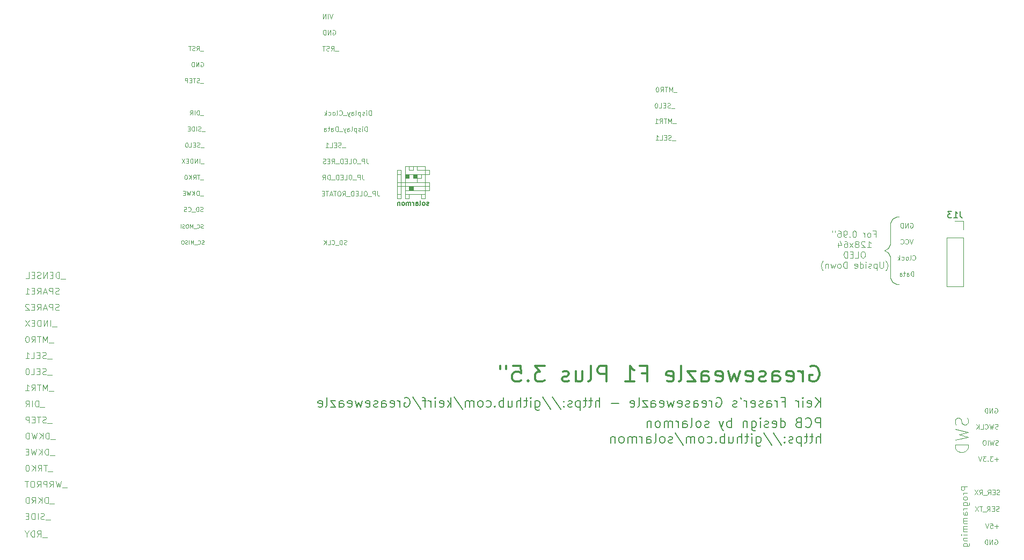
<source format=gbr>
G04 #@! TF.GenerationSoftware,KiCad,Pcbnew,(5.1.9)-1*
G04 #@! TF.CreationDate,2021-05-08T11:38:06+01:00*
G04 #@! TF.ProjectId,Greaseweazle F1 Plus 3.5,47726561-7365-4776-9561-7a6c65204631,1*
G04 #@! TF.SameCoordinates,PX6312cb0PY6bcb370*
G04 #@! TF.FileFunction,Legend,Bot*
G04 #@! TF.FilePolarity,Positive*
%FSLAX46Y46*%
G04 Gerber Fmt 4.6, Leading zero omitted, Abs format (unit mm)*
G04 Created by KiCad (PCBNEW (5.1.9)-1) date 2021-05-08 11:38:06*
%MOMM*%
%LPD*%
G01*
G04 APERTURE LIST*
%ADD10C,0.125000*%
%ADD11C,0.304800*%
%ADD12C,0.200000*%
%ADD13C,0.100000*%
%ADD14C,0.120000*%
%ADD15C,0.150000*%
G04 APERTURE END LIST*
D10*
X111426523Y-13795714D02*
X111521761Y-14081428D01*
X111521761Y-14557619D01*
X111426523Y-14748095D01*
X111331285Y-14843333D01*
X111140809Y-14938571D01*
X110950333Y-14938571D01*
X110759857Y-14843333D01*
X110664619Y-14748095D01*
X110569380Y-14557619D01*
X110474142Y-14176666D01*
X110378904Y-13986190D01*
X110283666Y-13890952D01*
X110093190Y-13795714D01*
X109902714Y-13795714D01*
X109712238Y-13890952D01*
X109617000Y-13986190D01*
X109521761Y-14176666D01*
X109521761Y-14652857D01*
X109617000Y-14938571D01*
X109521761Y-15605238D02*
X111521761Y-16081428D01*
X110093190Y-16462380D01*
X111521761Y-16843333D01*
X109521761Y-17319523D01*
X111521761Y-18081428D02*
X109521761Y-18081428D01*
X109521761Y-18557619D01*
X109617000Y-18843333D01*
X109807476Y-19033809D01*
X109997952Y-19129047D01*
X110378904Y-19224285D01*
X110664619Y-19224285D01*
X111045571Y-19129047D01*
X111236047Y-19033809D01*
X111426523Y-18843333D01*
X111521761Y-18557619D01*
X111521761Y-18081428D01*
X115760428Y-12325000D02*
X115831857Y-12289285D01*
X115939000Y-12289285D01*
X116046142Y-12325000D01*
X116117571Y-12396428D01*
X116153285Y-12467857D01*
X116189000Y-12610714D01*
X116189000Y-12717857D01*
X116153285Y-12860714D01*
X116117571Y-12932142D01*
X116046142Y-13003571D01*
X115939000Y-13039285D01*
X115867571Y-13039285D01*
X115760428Y-13003571D01*
X115724714Y-12967857D01*
X115724714Y-12717857D01*
X115867571Y-12717857D01*
X115403285Y-13039285D02*
X115403285Y-12289285D01*
X114974714Y-13039285D01*
X114974714Y-12289285D01*
X114617571Y-13039285D02*
X114617571Y-12289285D01*
X114439000Y-12289285D01*
X114331857Y-12325000D01*
X114260428Y-12396428D01*
X114224714Y-12467857D01*
X114189000Y-12610714D01*
X114189000Y-12717857D01*
X114224714Y-12860714D01*
X114260428Y-12932142D01*
X114331857Y-13003571D01*
X114439000Y-13039285D01*
X114617571Y-13039285D01*
X116250428Y-15543571D02*
X116143285Y-15579285D01*
X115964714Y-15579285D01*
X115893285Y-15543571D01*
X115857571Y-15507857D01*
X115821857Y-15436428D01*
X115821857Y-15365000D01*
X115857571Y-15293571D01*
X115893285Y-15257857D01*
X115964714Y-15222142D01*
X116107571Y-15186428D01*
X116179000Y-15150714D01*
X116214714Y-15115000D01*
X116250428Y-15043571D01*
X116250428Y-14972142D01*
X116214714Y-14900714D01*
X116179000Y-14865000D01*
X116107571Y-14829285D01*
X115929000Y-14829285D01*
X115821857Y-14865000D01*
X115571857Y-14829285D02*
X115393285Y-15579285D01*
X115250428Y-15043571D01*
X115107571Y-15579285D01*
X114929000Y-14829285D01*
X114214714Y-15507857D02*
X114250428Y-15543571D01*
X114357571Y-15579285D01*
X114429000Y-15579285D01*
X114536142Y-15543571D01*
X114607571Y-15472142D01*
X114643285Y-15400714D01*
X114679000Y-15257857D01*
X114679000Y-15150714D01*
X114643285Y-15007857D01*
X114607571Y-14936428D01*
X114536142Y-14865000D01*
X114429000Y-14829285D01*
X114357571Y-14829285D01*
X114250428Y-14865000D01*
X114214714Y-14900714D01*
X113536142Y-15579285D02*
X113893285Y-15579285D01*
X113893285Y-14829285D01*
X113286142Y-15579285D02*
X113286142Y-14829285D01*
X112857571Y-15579285D02*
X113179000Y-15150714D01*
X112857571Y-14829285D02*
X113286142Y-15257857D01*
X116276285Y-18083571D02*
X116169142Y-18119285D01*
X115990571Y-18119285D01*
X115919142Y-18083571D01*
X115883428Y-18047857D01*
X115847714Y-17976428D01*
X115847714Y-17905000D01*
X115883428Y-17833571D01*
X115919142Y-17797857D01*
X115990571Y-17762142D01*
X116133428Y-17726428D01*
X116204857Y-17690714D01*
X116240571Y-17655000D01*
X116276285Y-17583571D01*
X116276285Y-17512142D01*
X116240571Y-17440714D01*
X116204857Y-17405000D01*
X116133428Y-17369285D01*
X115954857Y-17369285D01*
X115847714Y-17405000D01*
X115597714Y-17369285D02*
X115419142Y-18119285D01*
X115276285Y-17583571D01*
X115133428Y-18119285D01*
X114954857Y-17369285D01*
X114669142Y-18119285D02*
X114669142Y-17369285D01*
X114169142Y-17369285D02*
X114026285Y-17369285D01*
X113954857Y-17405000D01*
X113883428Y-17476428D01*
X113847714Y-17619285D01*
X113847714Y-17869285D01*
X113883428Y-18012142D01*
X113954857Y-18083571D01*
X114026285Y-18119285D01*
X114169142Y-18119285D01*
X114240571Y-18083571D01*
X114312000Y-18012142D01*
X114347714Y-17869285D01*
X114347714Y-17619285D01*
X114312000Y-17476428D01*
X114240571Y-17405000D01*
X114169142Y-17369285D01*
X116308000Y-20373571D02*
X115736571Y-20373571D01*
X116022285Y-20659285D02*
X116022285Y-20087857D01*
X115450857Y-19909285D02*
X114986571Y-19909285D01*
X115236571Y-20195000D01*
X115129428Y-20195000D01*
X115058000Y-20230714D01*
X115022285Y-20266428D01*
X114986571Y-20337857D01*
X114986571Y-20516428D01*
X115022285Y-20587857D01*
X115058000Y-20623571D01*
X115129428Y-20659285D01*
X115343714Y-20659285D01*
X115415142Y-20623571D01*
X115450857Y-20587857D01*
X114665142Y-20587857D02*
X114629428Y-20623571D01*
X114665142Y-20659285D01*
X114700857Y-20623571D01*
X114665142Y-20587857D01*
X114665142Y-20659285D01*
X114379428Y-19909285D02*
X113915142Y-19909285D01*
X114165142Y-20195000D01*
X114058000Y-20195000D01*
X113986571Y-20230714D01*
X113950857Y-20266428D01*
X113915142Y-20337857D01*
X113915142Y-20516428D01*
X113950857Y-20587857D01*
X113986571Y-20623571D01*
X114058000Y-20659285D01*
X114272285Y-20659285D01*
X114343714Y-20623571D01*
X114379428Y-20587857D01*
X113700857Y-19909285D02*
X113450857Y-20659285D01*
X113200857Y-19909285D01*
X111424980Y-24673514D02*
X110424980Y-24673514D01*
X110424980Y-25054466D01*
X110472600Y-25149704D01*
X110520219Y-25197323D01*
X110615457Y-25244942D01*
X110758314Y-25244942D01*
X110853552Y-25197323D01*
X110901171Y-25149704D01*
X110948790Y-25054466D01*
X110948790Y-24673514D01*
X111424980Y-25673514D02*
X110758314Y-25673514D01*
X110948790Y-25673514D02*
X110853552Y-25721133D01*
X110805933Y-25768752D01*
X110758314Y-25863990D01*
X110758314Y-25959228D01*
X111424980Y-26435419D02*
X111377361Y-26340180D01*
X111329742Y-26292561D01*
X111234504Y-26244942D01*
X110948790Y-26244942D01*
X110853552Y-26292561D01*
X110805933Y-26340180D01*
X110758314Y-26435419D01*
X110758314Y-26578276D01*
X110805933Y-26673514D01*
X110853552Y-26721133D01*
X110948790Y-26768752D01*
X111234504Y-26768752D01*
X111329742Y-26721133D01*
X111377361Y-26673514D01*
X111424980Y-26578276D01*
X111424980Y-26435419D01*
X110758314Y-27625895D02*
X111567838Y-27625895D01*
X111663076Y-27578276D01*
X111710695Y-27530657D01*
X111758314Y-27435419D01*
X111758314Y-27292561D01*
X111710695Y-27197323D01*
X111377361Y-27625895D02*
X111424980Y-27530657D01*
X111424980Y-27340180D01*
X111377361Y-27244942D01*
X111329742Y-27197323D01*
X111234504Y-27149704D01*
X110948790Y-27149704D01*
X110853552Y-27197323D01*
X110805933Y-27244942D01*
X110758314Y-27340180D01*
X110758314Y-27530657D01*
X110805933Y-27625895D01*
X111424980Y-28102085D02*
X110758314Y-28102085D01*
X110948790Y-28102085D02*
X110853552Y-28149704D01*
X110805933Y-28197323D01*
X110758314Y-28292561D01*
X110758314Y-28387800D01*
X111424980Y-29149704D02*
X110901171Y-29149704D01*
X110805933Y-29102085D01*
X110758314Y-29006847D01*
X110758314Y-28816371D01*
X110805933Y-28721133D01*
X111377361Y-29149704D02*
X111424980Y-29054466D01*
X111424980Y-28816371D01*
X111377361Y-28721133D01*
X111282123Y-28673514D01*
X111186885Y-28673514D01*
X111091647Y-28721133D01*
X111044028Y-28816371D01*
X111044028Y-29054466D01*
X110996409Y-29149704D01*
X111424980Y-29625895D02*
X110758314Y-29625895D01*
X110853552Y-29625895D02*
X110805933Y-29673514D01*
X110758314Y-29768752D01*
X110758314Y-29911609D01*
X110805933Y-30006847D01*
X110901171Y-30054466D01*
X111424980Y-30054466D01*
X110901171Y-30054466D02*
X110805933Y-30102085D01*
X110758314Y-30197323D01*
X110758314Y-30340180D01*
X110805933Y-30435419D01*
X110901171Y-30483038D01*
X111424980Y-30483038D01*
X111424980Y-30959228D02*
X110758314Y-30959228D01*
X110853552Y-30959228D02*
X110805933Y-31006847D01*
X110758314Y-31102085D01*
X110758314Y-31244942D01*
X110805933Y-31340180D01*
X110901171Y-31387800D01*
X111424980Y-31387800D01*
X110901171Y-31387800D02*
X110805933Y-31435419D01*
X110758314Y-31530657D01*
X110758314Y-31673514D01*
X110805933Y-31768752D01*
X110901171Y-31816371D01*
X111424980Y-31816371D01*
X111424980Y-32292561D02*
X110758314Y-32292561D01*
X110424980Y-32292561D02*
X110472600Y-32244942D01*
X110520219Y-32292561D01*
X110472600Y-32340180D01*
X110424980Y-32292561D01*
X110520219Y-32292561D01*
X110758314Y-32768752D02*
X111424980Y-32768752D01*
X110853552Y-32768752D02*
X110805933Y-32816371D01*
X110758314Y-32911609D01*
X110758314Y-33054466D01*
X110805933Y-33149704D01*
X110901171Y-33197323D01*
X111424980Y-33197323D01*
X110758314Y-34102085D02*
X111567838Y-34102085D01*
X111663076Y-34054466D01*
X111710695Y-34006847D01*
X111758314Y-33911609D01*
X111758314Y-33768752D01*
X111710695Y-33673514D01*
X111377361Y-34102085D02*
X111424980Y-34006847D01*
X111424980Y-33816371D01*
X111377361Y-33721133D01*
X111329742Y-33673514D01*
X111234504Y-33625895D01*
X110948790Y-33625895D01*
X110853552Y-33673514D01*
X110805933Y-33721133D01*
X110758314Y-33816371D01*
X110758314Y-34006847D01*
X110805933Y-34102085D01*
X116500428Y-25932171D02*
X116393285Y-25967885D01*
X116214714Y-25967885D01*
X116143285Y-25932171D01*
X116107571Y-25896457D01*
X116071857Y-25825028D01*
X116071857Y-25753600D01*
X116107571Y-25682171D01*
X116143285Y-25646457D01*
X116214714Y-25610742D01*
X116357571Y-25575028D01*
X116429000Y-25539314D01*
X116464714Y-25503600D01*
X116500428Y-25432171D01*
X116500428Y-25360742D01*
X116464714Y-25289314D01*
X116429000Y-25253600D01*
X116357571Y-25217885D01*
X116179000Y-25217885D01*
X116071857Y-25253600D01*
X115750428Y-25575028D02*
X115500428Y-25575028D01*
X115393285Y-25967885D02*
X115750428Y-25967885D01*
X115750428Y-25217885D01*
X115393285Y-25217885D01*
X114643285Y-25967885D02*
X114893285Y-25610742D01*
X115071857Y-25967885D02*
X115071857Y-25217885D01*
X114786142Y-25217885D01*
X114714714Y-25253600D01*
X114679000Y-25289314D01*
X114643285Y-25360742D01*
X114643285Y-25467885D01*
X114679000Y-25539314D01*
X114714714Y-25575028D01*
X114786142Y-25610742D01*
X115071857Y-25610742D01*
X114500428Y-26039314D02*
X113929000Y-26039314D01*
X113321857Y-25967885D02*
X113571857Y-25610742D01*
X113750428Y-25967885D02*
X113750428Y-25217885D01*
X113464714Y-25217885D01*
X113393285Y-25253600D01*
X113357571Y-25289314D01*
X113321857Y-25360742D01*
X113321857Y-25467885D01*
X113357571Y-25539314D01*
X113393285Y-25575028D01*
X113464714Y-25610742D01*
X113750428Y-25610742D01*
X113071857Y-25217885D02*
X112571857Y-25967885D01*
X112571857Y-25217885D02*
X113071857Y-25967885D01*
X116411142Y-28522971D02*
X116304000Y-28558685D01*
X116125428Y-28558685D01*
X116054000Y-28522971D01*
X116018285Y-28487257D01*
X115982571Y-28415828D01*
X115982571Y-28344400D01*
X116018285Y-28272971D01*
X116054000Y-28237257D01*
X116125428Y-28201542D01*
X116268285Y-28165828D01*
X116339714Y-28130114D01*
X116375428Y-28094400D01*
X116411142Y-28022971D01*
X116411142Y-27951542D01*
X116375428Y-27880114D01*
X116339714Y-27844400D01*
X116268285Y-27808685D01*
X116089714Y-27808685D01*
X115982571Y-27844400D01*
X115661142Y-28165828D02*
X115411142Y-28165828D01*
X115304000Y-28558685D02*
X115661142Y-28558685D01*
X115661142Y-27808685D01*
X115304000Y-27808685D01*
X114554000Y-28558685D02*
X114804000Y-28201542D01*
X114982571Y-28558685D02*
X114982571Y-27808685D01*
X114696857Y-27808685D01*
X114625428Y-27844400D01*
X114589714Y-27880114D01*
X114554000Y-27951542D01*
X114554000Y-28058685D01*
X114589714Y-28130114D01*
X114625428Y-28165828D01*
X114696857Y-28201542D01*
X114982571Y-28201542D01*
X114411142Y-28630114D02*
X113839714Y-28630114D01*
X113768285Y-27808685D02*
X113339714Y-27808685D01*
X113554000Y-28558685D02*
X113554000Y-27808685D01*
X113161142Y-27808685D02*
X112661142Y-28558685D01*
X112661142Y-27808685D02*
X113161142Y-28558685D01*
X116305685Y-30965371D02*
X115734257Y-30965371D01*
X116019971Y-31251085D02*
X116019971Y-30679657D01*
X115019971Y-30501085D02*
X115377114Y-30501085D01*
X115412828Y-30858228D01*
X115377114Y-30822514D01*
X115305685Y-30786800D01*
X115127114Y-30786800D01*
X115055685Y-30822514D01*
X115019971Y-30858228D01*
X114984257Y-30929657D01*
X114984257Y-31108228D01*
X115019971Y-31179657D01*
X115055685Y-31215371D01*
X115127114Y-31251085D01*
X115305685Y-31251085D01*
X115377114Y-31215371D01*
X115412828Y-31179657D01*
X114769971Y-30501085D02*
X114519971Y-31251085D01*
X114269971Y-30501085D01*
X115760428Y-33076800D02*
X115831857Y-33041085D01*
X115939000Y-33041085D01*
X116046142Y-33076800D01*
X116117571Y-33148228D01*
X116153285Y-33219657D01*
X116189000Y-33362514D01*
X116189000Y-33469657D01*
X116153285Y-33612514D01*
X116117571Y-33683942D01*
X116046142Y-33755371D01*
X115939000Y-33791085D01*
X115867571Y-33791085D01*
X115760428Y-33755371D01*
X115724714Y-33719657D01*
X115724714Y-33469657D01*
X115867571Y-33469657D01*
X115403285Y-33791085D02*
X115403285Y-33041085D01*
X114974714Y-33791085D01*
X114974714Y-33041085D01*
X114617571Y-33791085D02*
X114617571Y-33041085D01*
X114439000Y-33041085D01*
X114331857Y-33076800D01*
X114260428Y-33148228D01*
X114224714Y-33219657D01*
X114189000Y-33362514D01*
X114189000Y-33469657D01*
X114224714Y-33612514D01*
X114260428Y-33683942D01*
X114331857Y-33755371D01*
X114439000Y-33791085D01*
X114617571Y-33791085D01*
X11319000Y49940715D02*
X11069000Y49190715D01*
X10819000Y49940715D01*
X10569000Y49190715D02*
X10569000Y49940715D01*
X10211857Y49190715D02*
X10211857Y49940715D01*
X9783286Y49190715D01*
X9783286Y49940715D01*
X11319000Y47365000D02*
X11390429Y47400715D01*
X11497572Y47400715D01*
X11604714Y47365000D01*
X11676143Y47293572D01*
X11711857Y47222143D01*
X11747572Y47079286D01*
X11747572Y46972143D01*
X11711857Y46829286D01*
X11676143Y46757858D01*
X11604714Y46686429D01*
X11497572Y46650715D01*
X11426143Y46650715D01*
X11319000Y46686429D01*
X11283286Y46722143D01*
X11283286Y46972143D01*
X11426143Y46972143D01*
X10961857Y46650715D02*
X10961857Y47400715D01*
X10533286Y46650715D01*
X10533286Y47400715D01*
X10176143Y46650715D02*
X10176143Y47400715D01*
X9997572Y47400715D01*
X9890429Y47365000D01*
X9819000Y47293572D01*
X9783286Y47222143D01*
X9747572Y47079286D01*
X9747572Y46972143D01*
X9783286Y46829286D01*
X9819000Y46757858D01*
X9890429Y46686429D01*
X9997572Y46650715D01*
X10176143Y46650715D01*
X12211857Y44039286D02*
X11640428Y44039286D01*
X11033286Y44110715D02*
X11283286Y44467858D01*
X11461857Y44110715D02*
X11461857Y44860715D01*
X11176143Y44860715D01*
X11104714Y44825000D01*
X11069000Y44789286D01*
X11033286Y44717858D01*
X11033286Y44610715D01*
X11069000Y44539286D01*
X11104714Y44503572D01*
X11176143Y44467858D01*
X11461857Y44467858D01*
X10747571Y44146429D02*
X10640428Y44110715D01*
X10461857Y44110715D01*
X10390428Y44146429D01*
X10354714Y44182143D01*
X10319000Y44253572D01*
X10319000Y44325000D01*
X10354714Y44396429D01*
X10390428Y44432143D01*
X10461857Y44467858D01*
X10604714Y44503572D01*
X10676143Y44539286D01*
X10711857Y44575000D01*
X10747571Y44646429D01*
X10747571Y44717858D01*
X10711857Y44789286D01*
X10676143Y44825000D01*
X10604714Y44860715D01*
X10426143Y44860715D01*
X10319000Y44825000D01*
X10104714Y44860715D02*
X9676143Y44860715D01*
X9890428Y44110715D02*
X9890428Y44860715D01*
X-9070334Y44066667D02*
X-9603667Y44066667D01*
X-10170334Y44133334D02*
X-9937000Y44466667D01*
X-9770334Y44133334D02*
X-9770334Y44833334D01*
X-10037000Y44833334D01*
X-10103667Y44800000D01*
X-10137000Y44766667D01*
X-10170334Y44700000D01*
X-10170334Y44600000D01*
X-10137000Y44533334D01*
X-10103667Y44500000D01*
X-10037000Y44466667D01*
X-9770334Y44466667D01*
X-10437000Y44166667D02*
X-10537000Y44133334D01*
X-10703667Y44133334D01*
X-10770334Y44166667D01*
X-10803667Y44200000D01*
X-10837000Y44266667D01*
X-10837000Y44333334D01*
X-10803667Y44400000D01*
X-10770334Y44433334D01*
X-10703667Y44466667D01*
X-10570334Y44500000D01*
X-10503667Y44533334D01*
X-10470334Y44566667D01*
X-10437000Y44633334D01*
X-10437000Y44700000D01*
X-10470334Y44766667D01*
X-10503667Y44800000D01*
X-10570334Y44833334D01*
X-10737000Y44833334D01*
X-10837000Y44800000D01*
X-11037000Y44833334D02*
X-11437000Y44833334D01*
X-11237000Y44133334D02*
X-11237000Y44833334D01*
X-9499667Y42260000D02*
X-9433000Y42293334D01*
X-9333000Y42293334D01*
X-9233000Y42260000D01*
X-9166334Y42193334D01*
X-9133000Y42126667D01*
X-9099667Y41993334D01*
X-9099667Y41893334D01*
X-9133000Y41760000D01*
X-9166334Y41693334D01*
X-9233000Y41626667D01*
X-9333000Y41593334D01*
X-9399667Y41593334D01*
X-9499667Y41626667D01*
X-9533000Y41660000D01*
X-9533000Y41893334D01*
X-9399667Y41893334D01*
X-9833000Y41593334D02*
X-9833000Y42293334D01*
X-10233000Y41593334D01*
X-10233000Y42293334D01*
X-10566334Y41593334D02*
X-10566334Y42293334D01*
X-10733000Y42293334D01*
X-10833000Y42260000D01*
X-10899667Y42193334D01*
X-10933000Y42126667D01*
X-10966334Y41993334D01*
X-10966334Y41893334D01*
X-10933000Y41760000D01*
X-10899667Y41693334D01*
X-10833000Y41626667D01*
X-10733000Y41593334D01*
X-10566334Y41593334D01*
X-9070334Y38986667D02*
X-9603667Y38986667D01*
X-9737001Y39086667D02*
X-9837001Y39053334D01*
X-10003667Y39053334D01*
X-10070334Y39086667D01*
X-10103667Y39120000D01*
X-10137001Y39186667D01*
X-10137001Y39253334D01*
X-10103667Y39320000D01*
X-10070334Y39353334D01*
X-10003667Y39386667D01*
X-9870334Y39420000D01*
X-9803667Y39453334D01*
X-9770334Y39486667D01*
X-9737001Y39553334D01*
X-9737001Y39620000D01*
X-9770334Y39686667D01*
X-9803667Y39720000D01*
X-9870334Y39753334D01*
X-10037001Y39753334D01*
X-10137001Y39720000D01*
X-10337001Y39753334D02*
X-10737001Y39753334D01*
X-10537001Y39053334D02*
X-10537001Y39753334D01*
X-10970334Y39420000D02*
X-11203667Y39420000D01*
X-11303667Y39053334D02*
X-10970334Y39053334D01*
X-10970334Y39753334D01*
X-11303667Y39753334D01*
X-11603667Y39053334D02*
X-11603667Y39753334D01*
X-11870334Y39753334D01*
X-11937001Y39720000D01*
X-11970334Y39686667D01*
X-12003667Y39620000D01*
X-12003667Y39520000D01*
X-11970334Y39453334D01*
X-11937001Y39420000D01*
X-11870334Y39386667D01*
X-11603667Y39386667D01*
X-9070334Y33906667D02*
X-9603667Y33906667D01*
X-9770334Y33973334D02*
X-9770334Y34673334D01*
X-9937001Y34673334D01*
X-10037001Y34640000D01*
X-10103667Y34573334D01*
X-10137001Y34506667D01*
X-10170334Y34373334D01*
X-10170334Y34273334D01*
X-10137001Y34140000D01*
X-10103667Y34073334D01*
X-10037001Y34006667D01*
X-9937001Y33973334D01*
X-9770334Y33973334D01*
X-10470334Y33973334D02*
X-10470334Y34673334D01*
X-11203667Y33973334D02*
X-10970334Y34306667D01*
X-10803667Y33973334D02*
X-10803667Y34673334D01*
X-11070334Y34673334D01*
X-11137001Y34640000D01*
X-11170334Y34606667D01*
X-11203667Y34540000D01*
X-11203667Y34440000D01*
X-11170334Y34373334D01*
X-11137001Y34340000D01*
X-11070334Y34306667D01*
X-10803667Y34306667D01*
X-8853667Y31366667D02*
X-9387000Y31366667D01*
X-9520334Y31466667D02*
X-9620334Y31433334D01*
X-9787000Y31433334D01*
X-9853667Y31466667D01*
X-9887000Y31500000D01*
X-9920334Y31566667D01*
X-9920334Y31633334D01*
X-9887000Y31700000D01*
X-9853667Y31733334D01*
X-9787000Y31766667D01*
X-9653667Y31800000D01*
X-9587000Y31833334D01*
X-9553667Y31866667D01*
X-9520334Y31933334D01*
X-9520334Y32000000D01*
X-9553667Y32066667D01*
X-9587000Y32100000D01*
X-9653667Y32133334D01*
X-9820334Y32133334D01*
X-9920334Y32100000D01*
X-10220334Y31433334D02*
X-10220334Y32133334D01*
X-10553667Y31433334D02*
X-10553667Y32133334D01*
X-10720334Y32133334D01*
X-10820334Y32100000D01*
X-10887000Y32033334D01*
X-10920334Y31966667D01*
X-10953667Y31833334D01*
X-10953667Y31733334D01*
X-10920334Y31600000D01*
X-10887000Y31533334D01*
X-10820334Y31466667D01*
X-10720334Y31433334D01*
X-10553667Y31433334D01*
X-11253667Y31800000D02*
X-11487000Y31800000D01*
X-11587000Y31433334D02*
X-11253667Y31433334D01*
X-11253667Y32133334D01*
X-11587000Y32133334D01*
X-8995000Y26286667D02*
X-9528334Y26286667D01*
X-9695000Y26353334D02*
X-9695000Y27053334D01*
X-10028334Y26353334D02*
X-10028334Y27053334D01*
X-10428334Y26353334D01*
X-10428334Y27053334D01*
X-10761667Y26353334D02*
X-10761667Y27053334D01*
X-10928334Y27053334D01*
X-11028334Y27020000D01*
X-11095000Y26953334D01*
X-11128334Y26886667D01*
X-11161667Y26753334D01*
X-11161667Y26653334D01*
X-11128334Y26520000D01*
X-11095000Y26453334D01*
X-11028334Y26386667D01*
X-10928334Y26353334D01*
X-10761667Y26353334D01*
X-11461667Y26720000D02*
X-11695000Y26720000D01*
X-11795000Y26353334D02*
X-11461667Y26353334D01*
X-11461667Y27053334D01*
X-11795000Y27053334D01*
X-12028334Y27053334D02*
X-12495000Y26353334D01*
X-12495000Y27053334D02*
X-12028334Y26353334D01*
X-9070334Y23746667D02*
X-9603667Y23746667D01*
X-9670334Y24513334D02*
X-10070334Y24513334D01*
X-9870334Y23813334D02*
X-9870334Y24513334D01*
X-10703667Y23813334D02*
X-10470334Y24146667D01*
X-10303667Y23813334D02*
X-10303667Y24513334D01*
X-10570334Y24513334D01*
X-10637000Y24480000D01*
X-10670334Y24446667D01*
X-10703667Y24380000D01*
X-10703667Y24280000D01*
X-10670334Y24213334D01*
X-10637000Y24180000D01*
X-10570334Y24146667D01*
X-10303667Y24146667D01*
X-11003667Y23813334D02*
X-11003667Y24513334D01*
X-11403667Y23813334D02*
X-11103667Y24213334D01*
X-11403667Y24513334D02*
X-11003667Y24113334D01*
X-11837000Y24513334D02*
X-11903667Y24513334D01*
X-11970334Y24480000D01*
X-12003667Y24446667D01*
X-12037000Y24380000D01*
X-12070334Y24246667D01*
X-12070334Y24080000D01*
X-12037000Y23946667D01*
X-12003667Y23880000D01*
X-11970334Y23846667D01*
X-11903667Y23813334D01*
X-11837000Y23813334D01*
X-11770334Y23846667D01*
X-11737000Y23880000D01*
X-11703667Y23946667D01*
X-11670334Y24080000D01*
X-11670334Y24246667D01*
X-11703667Y24380000D01*
X-11737000Y24446667D01*
X-11770334Y24480000D01*
X-11837000Y24513334D01*
X-9111667Y21206667D02*
X-9645000Y21206667D01*
X-9811667Y21273334D02*
X-9811667Y21973334D01*
X-9978334Y21973334D01*
X-10078334Y21940000D01*
X-10145000Y21873334D01*
X-10178334Y21806667D01*
X-10211667Y21673334D01*
X-10211667Y21573334D01*
X-10178334Y21440000D01*
X-10145000Y21373334D01*
X-10078334Y21306667D01*
X-9978334Y21273334D01*
X-9811667Y21273334D01*
X-10511667Y21273334D02*
X-10511667Y21973334D01*
X-10911667Y21273334D02*
X-10611667Y21673334D01*
X-10911667Y21973334D02*
X-10511667Y21573334D01*
X-11145000Y21973334D02*
X-11311667Y21273334D01*
X-11445000Y21773334D01*
X-11578334Y21273334D01*
X-11745000Y21973334D01*
X-12011667Y21640000D02*
X-12245000Y21640000D01*
X-12345000Y21273334D02*
X-12011667Y21273334D01*
X-12011667Y21973334D01*
X-12345000Y21973334D01*
X-9168000Y18766667D02*
X-9268000Y18733334D01*
X-9434667Y18733334D01*
X-9501334Y18766667D01*
X-9534667Y18800000D01*
X-9568000Y18866667D01*
X-9568000Y18933334D01*
X-9534667Y19000000D01*
X-9501334Y19033334D01*
X-9434667Y19066667D01*
X-9301334Y19100000D01*
X-9234667Y19133334D01*
X-9201334Y19166667D01*
X-9168000Y19233334D01*
X-9168000Y19300000D01*
X-9201334Y19366667D01*
X-9234667Y19400000D01*
X-9301334Y19433334D01*
X-9468000Y19433334D01*
X-9568000Y19400000D01*
X-9868000Y18733334D02*
X-9868000Y19433334D01*
X-10034667Y19433334D01*
X-10134667Y19400000D01*
X-10201334Y19333334D01*
X-10234667Y19266667D01*
X-10268000Y19133334D01*
X-10268000Y19033334D01*
X-10234667Y18900000D01*
X-10201334Y18833334D01*
X-10134667Y18766667D01*
X-10034667Y18733334D01*
X-9868000Y18733334D01*
X-10401334Y18666667D02*
X-10934667Y18666667D01*
X-11501334Y18800000D02*
X-11468000Y18766667D01*
X-11368000Y18733334D01*
X-11301334Y18733334D01*
X-11201334Y18766667D01*
X-11134667Y18833334D01*
X-11101334Y18900000D01*
X-11068000Y19033334D01*
X-11068000Y19133334D01*
X-11101334Y19266667D01*
X-11134667Y19333334D01*
X-11201334Y19400000D01*
X-11301334Y19433334D01*
X-11368000Y19433334D01*
X-11468000Y19400000D01*
X-11501334Y19366667D01*
X-11768000Y18766667D02*
X-11868000Y18733334D01*
X-12034667Y18733334D01*
X-12101334Y18766667D01*
X-12134667Y18800000D01*
X-12168000Y18866667D01*
X-12168000Y18933334D01*
X-12134667Y19000000D01*
X-12101334Y19033334D01*
X-12034667Y19066667D01*
X-11901334Y19100000D01*
X-11834667Y19133334D01*
X-11801334Y19166667D01*
X-11768000Y19233334D01*
X-11768000Y19300000D01*
X-11801334Y19366667D01*
X-11834667Y19400000D01*
X-11901334Y19433334D01*
X-12068000Y19433334D01*
X-12168000Y19400000D01*
X-9136286Y16140143D02*
X-9222000Y16111572D01*
X-9364858Y16111572D01*
X-9422000Y16140143D01*
X-9450572Y16168715D01*
X-9479143Y16225858D01*
X-9479143Y16283000D01*
X-9450572Y16340143D01*
X-9422000Y16368715D01*
X-9364858Y16397286D01*
X-9250572Y16425858D01*
X-9193429Y16454429D01*
X-9164858Y16483000D01*
X-9136286Y16540143D01*
X-9136286Y16597286D01*
X-9164858Y16654429D01*
X-9193429Y16683000D01*
X-9250572Y16711572D01*
X-9393429Y16711572D01*
X-9479143Y16683000D01*
X-10079143Y16168715D02*
X-10050572Y16140143D01*
X-9964858Y16111572D01*
X-9907715Y16111572D01*
X-9822000Y16140143D01*
X-9764858Y16197286D01*
X-9736286Y16254429D01*
X-9707715Y16368715D01*
X-9707715Y16454429D01*
X-9736286Y16568715D01*
X-9764858Y16625858D01*
X-9822000Y16683000D01*
X-9907715Y16711572D01*
X-9964858Y16711572D01*
X-10050572Y16683000D01*
X-10079143Y16654429D01*
X-10193429Y16054429D02*
X-10650572Y16054429D01*
X-10793429Y16111572D02*
X-10793429Y16711572D01*
X-10993429Y16283000D01*
X-11193429Y16711572D01*
X-11193429Y16111572D01*
X-11593429Y16711572D02*
X-11707715Y16711572D01*
X-11764858Y16683000D01*
X-11822000Y16625858D01*
X-11850572Y16511572D01*
X-11850572Y16311572D01*
X-11822000Y16197286D01*
X-11764858Y16140143D01*
X-11707715Y16111572D01*
X-11593429Y16111572D01*
X-11536286Y16140143D01*
X-11479143Y16197286D01*
X-11450572Y16311572D01*
X-11450572Y16511572D01*
X-11479143Y16625858D01*
X-11536286Y16683000D01*
X-11593429Y16711572D01*
X-12079143Y16140143D02*
X-12164858Y16111572D01*
X-12307715Y16111572D01*
X-12364858Y16140143D01*
X-12393429Y16168715D01*
X-12422000Y16225858D01*
X-12422000Y16283000D01*
X-12393429Y16340143D01*
X-12364858Y16368715D01*
X-12307715Y16397286D01*
X-12193429Y16425858D01*
X-12136286Y16454429D01*
X-12107715Y16483000D01*
X-12079143Y16540143D01*
X-12079143Y16597286D01*
X-12107715Y16654429D01*
X-12136286Y16683000D01*
X-12193429Y16711572D01*
X-12336286Y16711572D01*
X-12422000Y16683000D01*
X-12679143Y16111572D02*
X-12679143Y16711572D01*
X-9009286Y13600143D02*
X-9095000Y13571572D01*
X-9237858Y13571572D01*
X-9295000Y13600143D01*
X-9323572Y13628715D01*
X-9352143Y13685858D01*
X-9352143Y13743000D01*
X-9323572Y13800143D01*
X-9295000Y13828715D01*
X-9237858Y13857286D01*
X-9123572Y13885858D01*
X-9066429Y13914429D01*
X-9037858Y13943000D01*
X-9009286Y14000143D01*
X-9009286Y14057286D01*
X-9037858Y14114429D01*
X-9066429Y14143000D01*
X-9123572Y14171572D01*
X-9266429Y14171572D01*
X-9352143Y14143000D01*
X-9952143Y13628715D02*
X-9923572Y13600143D01*
X-9837858Y13571572D01*
X-9780715Y13571572D01*
X-9695000Y13600143D01*
X-9637858Y13657286D01*
X-9609286Y13714429D01*
X-9580715Y13828715D01*
X-9580715Y13914429D01*
X-9609286Y14028715D01*
X-9637858Y14085858D01*
X-9695000Y14143000D01*
X-9780715Y14171572D01*
X-9837858Y14171572D01*
X-9923572Y14143000D01*
X-9952143Y14114429D01*
X-10066429Y13514429D02*
X-10523572Y13514429D01*
X-10666429Y13571572D02*
X-10666429Y14171572D01*
X-10866429Y13743000D01*
X-11066429Y14171572D01*
X-11066429Y13571572D01*
X-11352143Y13571572D02*
X-11352143Y14171572D01*
X-11609286Y13600143D02*
X-11695000Y13571572D01*
X-11837858Y13571572D01*
X-11895000Y13600143D01*
X-11923572Y13628715D01*
X-11952143Y13685858D01*
X-11952143Y13743000D01*
X-11923572Y13800143D01*
X-11895000Y13828715D01*
X-11837858Y13857286D01*
X-11723572Y13885858D01*
X-11666429Y13914429D01*
X-11637858Y13943000D01*
X-11609286Y14000143D01*
X-11609286Y14057286D01*
X-11637858Y14114429D01*
X-11666429Y14143000D01*
X-11723572Y14171572D01*
X-11866429Y14171572D01*
X-11952143Y14143000D01*
X-12323572Y14171572D02*
X-12437858Y14171572D01*
X-12495000Y14143000D01*
X-12552143Y14085858D01*
X-12580715Y13971572D01*
X-12580715Y13771572D01*
X-12552143Y13657286D01*
X-12495000Y13600143D01*
X-12437858Y13571572D01*
X-12323572Y13571572D01*
X-12266429Y13600143D01*
X-12209286Y13657286D01*
X-12180715Y13771572D01*
X-12180715Y13971572D01*
X-12209286Y14085858D01*
X-12266429Y14143000D01*
X-12323572Y14171572D01*
X13484000Y13559667D02*
X13384000Y13526334D01*
X13217333Y13526334D01*
X13150666Y13559667D01*
X13117333Y13593000D01*
X13084000Y13659667D01*
X13084000Y13726334D01*
X13117333Y13793000D01*
X13150666Y13826334D01*
X13217333Y13859667D01*
X13350666Y13893000D01*
X13417333Y13926334D01*
X13450666Y13959667D01*
X13484000Y14026334D01*
X13484000Y14093000D01*
X13450666Y14159667D01*
X13417333Y14193000D01*
X13350666Y14226334D01*
X13184000Y14226334D01*
X13084000Y14193000D01*
X12784000Y13526334D02*
X12784000Y14226334D01*
X12617333Y14226334D01*
X12517333Y14193000D01*
X12450666Y14126334D01*
X12417333Y14059667D01*
X12384000Y13926334D01*
X12384000Y13826334D01*
X12417333Y13693000D01*
X12450666Y13626334D01*
X12517333Y13559667D01*
X12617333Y13526334D01*
X12784000Y13526334D01*
X12250666Y13459667D02*
X11717333Y13459667D01*
X11150666Y13593000D02*
X11184000Y13559667D01*
X11284000Y13526334D01*
X11350666Y13526334D01*
X11450666Y13559667D01*
X11517333Y13626334D01*
X11550666Y13693000D01*
X11584000Y13826334D01*
X11584000Y13926334D01*
X11550666Y14059667D01*
X11517333Y14126334D01*
X11450666Y14193000D01*
X11350666Y14226334D01*
X11284000Y14226334D01*
X11184000Y14193000D01*
X11150666Y14159667D01*
X10517333Y13526334D02*
X10850666Y13526334D01*
X10850666Y14226334D01*
X10284000Y13526334D02*
X10284000Y14226334D01*
X9884000Y13526334D02*
X10184000Y13926334D01*
X9884000Y14226334D02*
X10284000Y13826334D01*
X18347000Y21949915D02*
X18347000Y21414200D01*
X18382714Y21307058D01*
X18454142Y21235629D01*
X18561285Y21199915D01*
X18632714Y21199915D01*
X17989857Y21199915D02*
X17989857Y21949915D01*
X17704142Y21949915D01*
X17632714Y21914200D01*
X17597000Y21878486D01*
X17561285Y21807058D01*
X17561285Y21699915D01*
X17597000Y21628486D01*
X17632714Y21592772D01*
X17704142Y21557058D01*
X17989857Y21557058D01*
X17418428Y21128486D02*
X16847000Y21128486D01*
X16525571Y21949915D02*
X16382714Y21949915D01*
X16311285Y21914200D01*
X16239857Y21842772D01*
X16204142Y21699915D01*
X16204142Y21449915D01*
X16239857Y21307058D01*
X16311285Y21235629D01*
X16382714Y21199915D01*
X16525571Y21199915D01*
X16597000Y21235629D01*
X16668428Y21307058D01*
X16704142Y21449915D01*
X16704142Y21699915D01*
X16668428Y21842772D01*
X16597000Y21914200D01*
X16525571Y21949915D01*
X15525571Y21199915D02*
X15882714Y21199915D01*
X15882714Y21949915D01*
X15275571Y21592772D02*
X15025571Y21592772D01*
X14918428Y21199915D02*
X15275571Y21199915D01*
X15275571Y21949915D01*
X14918428Y21949915D01*
X14597000Y21199915D02*
X14597000Y21949915D01*
X14418428Y21949915D01*
X14311285Y21914200D01*
X14239857Y21842772D01*
X14204142Y21771343D01*
X14168428Y21628486D01*
X14168428Y21521343D01*
X14204142Y21378486D01*
X14239857Y21307058D01*
X14311285Y21235629D01*
X14418428Y21199915D01*
X14597000Y21199915D01*
X14025571Y21128486D02*
X13454142Y21128486D01*
X12847000Y21199915D02*
X13097000Y21557058D01*
X13275571Y21199915D02*
X13275571Y21949915D01*
X12989857Y21949915D01*
X12918428Y21914200D01*
X12882714Y21878486D01*
X12847000Y21807058D01*
X12847000Y21699915D01*
X12882714Y21628486D01*
X12918428Y21592772D01*
X12989857Y21557058D01*
X13275571Y21557058D01*
X12382714Y21949915D02*
X12239857Y21949915D01*
X12168428Y21914200D01*
X12097000Y21842772D01*
X12061285Y21699915D01*
X12061285Y21449915D01*
X12097000Y21307058D01*
X12168428Y21235629D01*
X12239857Y21199915D01*
X12382714Y21199915D01*
X12454142Y21235629D01*
X12525571Y21307058D01*
X12561285Y21449915D01*
X12561285Y21699915D01*
X12525571Y21842772D01*
X12454142Y21914200D01*
X12382714Y21949915D01*
X11847000Y21949915D02*
X11418428Y21949915D01*
X11632714Y21199915D02*
X11632714Y21949915D01*
X11204142Y21414200D02*
X10847000Y21414200D01*
X11275571Y21199915D02*
X11025571Y21949915D01*
X10775571Y21199915D01*
X10632714Y21949915D02*
X10204142Y21949915D01*
X10418428Y21199915D02*
X10418428Y21949915D01*
X9954142Y21592772D02*
X9704142Y21592772D01*
X9597000Y21199915D02*
X9954142Y21199915D01*
X9954142Y21949915D01*
X9597000Y21949915D01*
X15954000Y24540715D02*
X15954000Y24005000D01*
X15989714Y23897858D01*
X16061142Y23826429D01*
X16168285Y23790715D01*
X16239714Y23790715D01*
X15596857Y23790715D02*
X15596857Y24540715D01*
X15311142Y24540715D01*
X15239714Y24505000D01*
X15204000Y24469286D01*
X15168285Y24397858D01*
X15168285Y24290715D01*
X15204000Y24219286D01*
X15239714Y24183572D01*
X15311142Y24147858D01*
X15596857Y24147858D01*
X15025428Y23719286D02*
X14454000Y23719286D01*
X14132571Y24540715D02*
X13989714Y24540715D01*
X13918285Y24505000D01*
X13846857Y24433572D01*
X13811142Y24290715D01*
X13811142Y24040715D01*
X13846857Y23897858D01*
X13918285Y23826429D01*
X13989714Y23790715D01*
X14132571Y23790715D01*
X14204000Y23826429D01*
X14275428Y23897858D01*
X14311142Y24040715D01*
X14311142Y24290715D01*
X14275428Y24433572D01*
X14204000Y24505000D01*
X14132571Y24540715D01*
X13132571Y23790715D02*
X13489714Y23790715D01*
X13489714Y24540715D01*
X12882571Y24183572D02*
X12632571Y24183572D01*
X12525428Y23790715D02*
X12882571Y23790715D01*
X12882571Y24540715D01*
X12525428Y24540715D01*
X12204000Y23790715D02*
X12204000Y24540715D01*
X12025428Y24540715D01*
X11918285Y24505000D01*
X11846857Y24433572D01*
X11811142Y24362143D01*
X11775428Y24219286D01*
X11775428Y24112143D01*
X11811142Y23969286D01*
X11846857Y23897858D01*
X11918285Y23826429D01*
X12025428Y23790715D01*
X12204000Y23790715D01*
X11632571Y23719286D02*
X11061142Y23719286D01*
X10882571Y23790715D02*
X10882571Y24540715D01*
X10704000Y24540715D01*
X10596857Y24505000D01*
X10525428Y24433572D01*
X10489714Y24362143D01*
X10454000Y24219286D01*
X10454000Y24112143D01*
X10489714Y23969286D01*
X10525428Y23897858D01*
X10596857Y23826429D01*
X10704000Y23790715D01*
X10882571Y23790715D01*
X9704000Y23790715D02*
X9954000Y24147858D01*
X10132571Y23790715D02*
X10132571Y24540715D01*
X9846857Y24540715D01*
X9775428Y24505000D01*
X9739714Y24469286D01*
X9704000Y24397858D01*
X9704000Y24290715D01*
X9739714Y24219286D01*
X9775428Y24183572D01*
X9846857Y24147858D01*
X10132571Y24147858D01*
X16640428Y27080715D02*
X16640428Y26545000D01*
X16676142Y26437858D01*
X16747571Y26366429D01*
X16854714Y26330715D01*
X16926142Y26330715D01*
X16283285Y26330715D02*
X16283285Y27080715D01*
X15997571Y27080715D01*
X15926142Y27045000D01*
X15890428Y27009286D01*
X15854714Y26937858D01*
X15854714Y26830715D01*
X15890428Y26759286D01*
X15926142Y26723572D01*
X15997571Y26687858D01*
X16283285Y26687858D01*
X15711857Y26259286D02*
X15140428Y26259286D01*
X14819000Y27080715D02*
X14676142Y27080715D01*
X14604714Y27045000D01*
X14533285Y26973572D01*
X14497571Y26830715D01*
X14497571Y26580715D01*
X14533285Y26437858D01*
X14604714Y26366429D01*
X14676142Y26330715D01*
X14819000Y26330715D01*
X14890428Y26366429D01*
X14961857Y26437858D01*
X14997571Y26580715D01*
X14997571Y26830715D01*
X14961857Y26973572D01*
X14890428Y27045000D01*
X14819000Y27080715D01*
X13819000Y26330715D02*
X14176142Y26330715D01*
X14176142Y27080715D01*
X13569000Y26723572D02*
X13319000Y26723572D01*
X13211857Y26330715D02*
X13569000Y26330715D01*
X13569000Y27080715D01*
X13211857Y27080715D01*
X12890428Y26330715D02*
X12890428Y27080715D01*
X12711857Y27080715D01*
X12604714Y27045000D01*
X12533285Y26973572D01*
X12497571Y26902143D01*
X12461857Y26759286D01*
X12461857Y26652143D01*
X12497571Y26509286D01*
X12533285Y26437858D01*
X12604714Y26366429D01*
X12711857Y26330715D01*
X12890428Y26330715D01*
X12319000Y26259286D02*
X11747571Y26259286D01*
X11140428Y26330715D02*
X11390428Y26687858D01*
X11569000Y26330715D02*
X11569000Y27080715D01*
X11283285Y27080715D01*
X11211857Y27045000D01*
X11176142Y27009286D01*
X11140428Y26937858D01*
X11140428Y26830715D01*
X11176142Y26759286D01*
X11211857Y26723572D01*
X11283285Y26687858D01*
X11569000Y26687858D01*
X10819000Y26723572D02*
X10569000Y26723572D01*
X10461857Y26330715D02*
X10819000Y26330715D01*
X10819000Y27080715D01*
X10461857Y27080715D01*
X10176142Y26366429D02*
X10069000Y26330715D01*
X9890428Y26330715D01*
X9819000Y26366429D01*
X9783285Y26402143D01*
X9747571Y26473572D01*
X9747571Y26545000D01*
X9783285Y26616429D01*
X9819000Y26652143D01*
X9890428Y26687858D01*
X10033285Y26723572D01*
X10104714Y26759286D01*
X10140428Y26795000D01*
X10176142Y26866429D01*
X10176142Y26937858D01*
X10140428Y27009286D01*
X10104714Y27045000D01*
X10033285Y27080715D01*
X9854714Y27080715D01*
X9747571Y27045000D01*
X16727857Y31410715D02*
X16727857Y32160715D01*
X16549285Y32160715D01*
X16442142Y32125000D01*
X16370714Y32053572D01*
X16335000Y31982143D01*
X16299285Y31839286D01*
X16299285Y31732143D01*
X16335000Y31589286D01*
X16370714Y31517858D01*
X16442142Y31446429D01*
X16549285Y31410715D01*
X16727857Y31410715D01*
X15977857Y31410715D02*
X15977857Y31910715D01*
X15977857Y32160715D02*
X16013571Y32125000D01*
X15977857Y32089286D01*
X15942142Y32125000D01*
X15977857Y32160715D01*
X15977857Y32089286D01*
X15656428Y31446429D02*
X15585000Y31410715D01*
X15442142Y31410715D01*
X15370714Y31446429D01*
X15335000Y31517858D01*
X15335000Y31553572D01*
X15370714Y31625000D01*
X15442142Y31660715D01*
X15549285Y31660715D01*
X15620714Y31696429D01*
X15656428Y31767858D01*
X15656428Y31803572D01*
X15620714Y31875000D01*
X15549285Y31910715D01*
X15442142Y31910715D01*
X15370714Y31875000D01*
X15013571Y31910715D02*
X15013571Y31160715D01*
X15013571Y31875000D02*
X14942142Y31910715D01*
X14799285Y31910715D01*
X14727857Y31875000D01*
X14692142Y31839286D01*
X14656428Y31767858D01*
X14656428Y31553572D01*
X14692142Y31482143D01*
X14727857Y31446429D01*
X14799285Y31410715D01*
X14942142Y31410715D01*
X15013571Y31446429D01*
X14227857Y31410715D02*
X14299285Y31446429D01*
X14335000Y31517858D01*
X14335000Y32160715D01*
X13620714Y31410715D02*
X13620714Y31803572D01*
X13656428Y31875000D01*
X13727857Y31910715D01*
X13870714Y31910715D01*
X13942142Y31875000D01*
X13620714Y31446429D02*
X13692142Y31410715D01*
X13870714Y31410715D01*
X13942142Y31446429D01*
X13977857Y31517858D01*
X13977857Y31589286D01*
X13942142Y31660715D01*
X13870714Y31696429D01*
X13692142Y31696429D01*
X13620714Y31732143D01*
X13335000Y31910715D02*
X13156428Y31410715D01*
X12977857Y31910715D02*
X13156428Y31410715D01*
X13227857Y31232143D01*
X13263571Y31196429D01*
X13335000Y31160715D01*
X12870714Y31339286D02*
X12299285Y31339286D01*
X12120714Y31410715D02*
X12120714Y32160715D01*
X11942142Y32160715D01*
X11835000Y32125000D01*
X11763571Y32053572D01*
X11727857Y31982143D01*
X11692142Y31839286D01*
X11692142Y31732143D01*
X11727857Y31589286D01*
X11763571Y31517858D01*
X11835000Y31446429D01*
X11942142Y31410715D01*
X12120714Y31410715D01*
X11049285Y31410715D02*
X11049285Y31803572D01*
X11085000Y31875000D01*
X11156428Y31910715D01*
X11299285Y31910715D01*
X11370714Y31875000D01*
X11049285Y31446429D02*
X11120714Y31410715D01*
X11299285Y31410715D01*
X11370714Y31446429D01*
X11406428Y31517858D01*
X11406428Y31589286D01*
X11370714Y31660715D01*
X11299285Y31696429D01*
X11120714Y31696429D01*
X11049285Y31732143D01*
X10799285Y31910715D02*
X10513571Y31910715D01*
X10692142Y32160715D02*
X10692142Y31517858D01*
X10656428Y31446429D01*
X10585000Y31410715D01*
X10513571Y31410715D01*
X9942142Y31410715D02*
X9942142Y31803572D01*
X9977857Y31875000D01*
X10049285Y31910715D01*
X10192142Y31910715D01*
X10263571Y31875000D01*
X9942142Y31446429D02*
X10013571Y31410715D01*
X10192142Y31410715D01*
X10263571Y31446429D01*
X10299285Y31517858D01*
X10299285Y31589286D01*
X10263571Y31660715D01*
X10192142Y31696429D01*
X10013571Y31696429D01*
X9942142Y31732143D01*
X17376714Y33950715D02*
X17376714Y34700715D01*
X17198142Y34700715D01*
X17091000Y34665000D01*
X17019571Y34593572D01*
X16983857Y34522143D01*
X16948142Y34379286D01*
X16948142Y34272143D01*
X16983857Y34129286D01*
X17019571Y34057858D01*
X17091000Y33986429D01*
X17198142Y33950715D01*
X17376714Y33950715D01*
X16626714Y33950715D02*
X16626714Y34450715D01*
X16626714Y34700715D02*
X16662428Y34665000D01*
X16626714Y34629286D01*
X16591000Y34665000D01*
X16626714Y34700715D01*
X16626714Y34629286D01*
X16305285Y33986429D02*
X16233857Y33950715D01*
X16091000Y33950715D01*
X16019571Y33986429D01*
X15983857Y34057858D01*
X15983857Y34093572D01*
X16019571Y34165000D01*
X16091000Y34200715D01*
X16198142Y34200715D01*
X16269571Y34236429D01*
X16305285Y34307858D01*
X16305285Y34343572D01*
X16269571Y34415000D01*
X16198142Y34450715D01*
X16091000Y34450715D01*
X16019571Y34415000D01*
X15662428Y34450715D02*
X15662428Y33700715D01*
X15662428Y34415000D02*
X15591000Y34450715D01*
X15448142Y34450715D01*
X15376714Y34415000D01*
X15341000Y34379286D01*
X15305285Y34307858D01*
X15305285Y34093572D01*
X15341000Y34022143D01*
X15376714Y33986429D01*
X15448142Y33950715D01*
X15591000Y33950715D01*
X15662428Y33986429D01*
X14876714Y33950715D02*
X14948142Y33986429D01*
X14983857Y34057858D01*
X14983857Y34700715D01*
X14269571Y33950715D02*
X14269571Y34343572D01*
X14305285Y34415000D01*
X14376714Y34450715D01*
X14519571Y34450715D01*
X14591000Y34415000D01*
X14269571Y33986429D02*
X14341000Y33950715D01*
X14519571Y33950715D01*
X14591000Y33986429D01*
X14626714Y34057858D01*
X14626714Y34129286D01*
X14591000Y34200715D01*
X14519571Y34236429D01*
X14341000Y34236429D01*
X14269571Y34272143D01*
X13983857Y34450715D02*
X13805285Y33950715D01*
X13626714Y34450715D02*
X13805285Y33950715D01*
X13876714Y33772143D01*
X13912428Y33736429D01*
X13983857Y33700715D01*
X13519571Y33879286D02*
X12948142Y33879286D01*
X12341000Y34022143D02*
X12376714Y33986429D01*
X12483857Y33950715D01*
X12555285Y33950715D01*
X12662428Y33986429D01*
X12733857Y34057858D01*
X12769571Y34129286D01*
X12805285Y34272143D01*
X12805285Y34379286D01*
X12769571Y34522143D01*
X12733857Y34593572D01*
X12662428Y34665000D01*
X12555285Y34700715D01*
X12483857Y34700715D01*
X12376714Y34665000D01*
X12341000Y34629286D01*
X11912428Y33950715D02*
X11983857Y33986429D01*
X12019571Y34057858D01*
X12019571Y34700715D01*
X11519571Y33950715D02*
X11591000Y33986429D01*
X11626714Y34022143D01*
X11662428Y34093572D01*
X11662428Y34307858D01*
X11626714Y34379286D01*
X11591000Y34415000D01*
X11519571Y34450715D01*
X11412428Y34450715D01*
X11341000Y34415000D01*
X11305285Y34379286D01*
X11269571Y34307858D01*
X11269571Y34093572D01*
X11305285Y34022143D01*
X11341000Y33986429D01*
X11412428Y33950715D01*
X11519571Y33950715D01*
X10626714Y33986429D02*
X10698142Y33950715D01*
X10841000Y33950715D01*
X10912428Y33986429D01*
X10948142Y34022143D01*
X10983857Y34093572D01*
X10983857Y34307858D01*
X10948142Y34379286D01*
X10912428Y34415000D01*
X10841000Y34450715D01*
X10698142Y34450715D01*
X10626714Y34415000D01*
X10305285Y33950715D02*
X10305285Y34700715D01*
X10233857Y34236429D02*
X10019571Y33950715D01*
X10019571Y34450715D02*
X10305285Y34165000D01*
X-33750477Y-32729419D02*
X-34512381Y-32729419D01*
X-35321905Y-32634180D02*
X-34988572Y-32157990D01*
X-34750477Y-32634180D02*
X-34750477Y-31634180D01*
X-35131429Y-31634180D01*
X-35226667Y-31681800D01*
X-35274286Y-31729419D01*
X-35321905Y-31824657D01*
X-35321905Y-31967514D01*
X-35274286Y-32062752D01*
X-35226667Y-32110371D01*
X-35131429Y-32157990D01*
X-34750477Y-32157990D01*
X-35750477Y-32634180D02*
X-35750477Y-31634180D01*
X-35988572Y-31634180D01*
X-36131429Y-31681800D01*
X-36226667Y-31777038D01*
X-36274286Y-31872276D01*
X-36321905Y-32062752D01*
X-36321905Y-32205609D01*
X-36274286Y-32396085D01*
X-36226667Y-32491323D01*
X-36131429Y-32586561D01*
X-35988572Y-32634180D01*
X-35750477Y-32634180D01*
X-36940953Y-32157990D02*
X-36940953Y-32634180D01*
X-36607620Y-31634180D02*
X-36940953Y-32157990D01*
X-37274286Y-31634180D01*
X-33258381Y-29960819D02*
X-34020286Y-29960819D01*
X-34210762Y-29817961D02*
X-34353620Y-29865580D01*
X-34591715Y-29865580D01*
X-34686953Y-29817961D01*
X-34734572Y-29770342D01*
X-34782191Y-29675104D01*
X-34782191Y-29579866D01*
X-34734572Y-29484628D01*
X-34686953Y-29437009D01*
X-34591715Y-29389390D01*
X-34401239Y-29341771D01*
X-34306000Y-29294152D01*
X-34258381Y-29246533D01*
X-34210762Y-29151295D01*
X-34210762Y-29056057D01*
X-34258381Y-28960819D01*
X-34306000Y-28913200D01*
X-34401239Y-28865580D01*
X-34639334Y-28865580D01*
X-34782191Y-28913200D01*
X-35210762Y-29865580D02*
X-35210762Y-28865580D01*
X-35686953Y-29865580D02*
X-35686953Y-28865580D01*
X-35925048Y-28865580D01*
X-36067905Y-28913200D01*
X-36163143Y-29008438D01*
X-36210762Y-29103676D01*
X-36258381Y-29294152D01*
X-36258381Y-29437009D01*
X-36210762Y-29627485D01*
X-36163143Y-29722723D01*
X-36067905Y-29817961D01*
X-35925048Y-29865580D01*
X-35686953Y-29865580D01*
X-36686953Y-29341771D02*
X-37020286Y-29341771D01*
X-37163143Y-29865580D02*
X-36686953Y-29865580D01*
X-36686953Y-28865580D01*
X-37163143Y-28865580D01*
X-32591572Y-27420819D02*
X-33353477Y-27420819D01*
X-33591572Y-27325580D02*
X-33591572Y-26325580D01*
X-33829667Y-26325580D01*
X-33972524Y-26373200D01*
X-34067763Y-26468438D01*
X-34115382Y-26563676D01*
X-34163001Y-26754152D01*
X-34163001Y-26897009D01*
X-34115382Y-27087485D01*
X-34067763Y-27182723D01*
X-33972524Y-27277961D01*
X-33829667Y-27325580D01*
X-33591572Y-27325580D01*
X-34591572Y-27325580D02*
X-34591572Y-26325580D01*
X-35163001Y-27325580D02*
X-34734429Y-26754152D01*
X-35163001Y-26325580D02*
X-34591572Y-26897009D01*
X-36163001Y-27325580D02*
X-35829667Y-26849390D01*
X-35591572Y-27325580D02*
X-35591572Y-26325580D01*
X-35972524Y-26325580D01*
X-36067763Y-26373200D01*
X-36115382Y-26420819D01*
X-36163001Y-26516057D01*
X-36163001Y-26658914D01*
X-36115382Y-26754152D01*
X-36067763Y-26801771D01*
X-35972524Y-26849390D01*
X-35591572Y-26849390D01*
X-36591572Y-27325580D02*
X-36591572Y-26325580D01*
X-36829667Y-26325580D01*
X-36972524Y-26373200D01*
X-37067763Y-26468438D01*
X-37115382Y-26563676D01*
X-37163001Y-26754152D01*
X-37163001Y-26897009D01*
X-37115382Y-27087485D01*
X-37067763Y-27182723D01*
X-36972524Y-27277961D01*
X-36829667Y-27325580D01*
X-36591572Y-27325580D01*
X-30639191Y-24880819D02*
X-31401095Y-24880819D01*
X-31543953Y-23785580D02*
X-31782048Y-24785580D01*
X-31972524Y-24071295D01*
X-32163000Y-24785580D01*
X-32401095Y-23785580D01*
X-33353476Y-24785580D02*
X-33020143Y-24309390D01*
X-32782048Y-24785580D02*
X-32782048Y-23785580D01*
X-33163000Y-23785580D01*
X-33258238Y-23833200D01*
X-33305857Y-23880819D01*
X-33353476Y-23976057D01*
X-33353476Y-24118914D01*
X-33305857Y-24214152D01*
X-33258238Y-24261771D01*
X-33163000Y-24309390D01*
X-32782048Y-24309390D01*
X-33782048Y-24785580D02*
X-33782048Y-23785580D01*
X-34163000Y-23785580D01*
X-34258238Y-23833200D01*
X-34305857Y-23880819D01*
X-34353476Y-23976057D01*
X-34353476Y-24118914D01*
X-34305857Y-24214152D01*
X-34258238Y-24261771D01*
X-34163000Y-24309390D01*
X-33782048Y-24309390D01*
X-35353476Y-24785580D02*
X-35020143Y-24309390D01*
X-34782048Y-24785580D02*
X-34782048Y-23785580D01*
X-35163000Y-23785580D01*
X-35258238Y-23833200D01*
X-35305857Y-23880819D01*
X-35353476Y-23976057D01*
X-35353476Y-24118914D01*
X-35305857Y-24214152D01*
X-35258238Y-24261771D01*
X-35163000Y-24309390D01*
X-34782048Y-24309390D01*
X-35972524Y-23785580D02*
X-36163000Y-23785580D01*
X-36258238Y-23833200D01*
X-36353476Y-23928438D01*
X-36401095Y-24118914D01*
X-36401095Y-24452247D01*
X-36353476Y-24642723D01*
X-36258238Y-24737961D01*
X-36163000Y-24785580D01*
X-35972524Y-24785580D01*
X-35877286Y-24737961D01*
X-35782048Y-24642723D01*
X-35734429Y-24452247D01*
X-35734429Y-24118914D01*
X-35782048Y-23928438D01*
X-35877286Y-23833200D01*
X-35972524Y-23785580D01*
X-36686810Y-23785580D02*
X-37258238Y-23785580D01*
X-36972524Y-24785580D02*
X-36972524Y-23785580D01*
X-32877286Y-22340819D02*
X-33639191Y-22340819D01*
X-33734429Y-21245580D02*
X-34305858Y-21245580D01*
X-34020143Y-22245580D02*
X-34020143Y-21245580D01*
X-35210620Y-22245580D02*
X-34877286Y-21769390D01*
X-34639191Y-22245580D02*
X-34639191Y-21245580D01*
X-35020143Y-21245580D01*
X-35115381Y-21293200D01*
X-35163001Y-21340819D01*
X-35210620Y-21436057D01*
X-35210620Y-21578914D01*
X-35163001Y-21674152D01*
X-35115381Y-21721771D01*
X-35020143Y-21769390D01*
X-34639191Y-21769390D01*
X-35639191Y-22245580D02*
X-35639191Y-21245580D01*
X-36210620Y-22245580D02*
X-35782048Y-21674152D01*
X-36210620Y-21245580D02*
X-35639191Y-21817009D01*
X-36829667Y-21245580D02*
X-36924905Y-21245580D01*
X-37020143Y-21293200D01*
X-37067762Y-21340819D01*
X-37115381Y-21436057D01*
X-37163001Y-21626533D01*
X-37163001Y-21864628D01*
X-37115381Y-22055104D01*
X-37067762Y-22150342D01*
X-37020143Y-22197961D01*
X-36924905Y-22245580D01*
X-36829667Y-22245580D01*
X-36734429Y-22197961D01*
X-36686810Y-22150342D01*
X-36639191Y-22055104D01*
X-36591572Y-21864628D01*
X-36591572Y-21626533D01*
X-36639191Y-21436057D01*
X-36686810Y-21340819D01*
X-36734429Y-21293200D01*
X-36829667Y-21245580D01*
X-32543953Y-19800819D02*
X-33305857Y-19800819D01*
X-33543953Y-19705580D02*
X-33543953Y-18705580D01*
X-33782048Y-18705580D01*
X-33924905Y-18753200D01*
X-34020143Y-18848438D01*
X-34067762Y-18943676D01*
X-34115381Y-19134152D01*
X-34115381Y-19277009D01*
X-34067762Y-19467485D01*
X-34020143Y-19562723D01*
X-33924905Y-19657961D01*
X-33782048Y-19705580D01*
X-33543953Y-19705580D01*
X-34543953Y-19705580D02*
X-34543953Y-18705580D01*
X-35115381Y-19705580D02*
X-34686810Y-19134152D01*
X-35115381Y-18705580D02*
X-34543953Y-19277009D01*
X-35448714Y-18705580D02*
X-35686810Y-19705580D01*
X-35877286Y-18991295D01*
X-36067762Y-19705580D01*
X-36305857Y-18705580D01*
X-36686810Y-19181771D02*
X-37020143Y-19181771D01*
X-37163000Y-19705580D02*
X-36686810Y-19705580D01*
X-36686810Y-18705580D01*
X-37163000Y-18705580D01*
X-32448715Y-17260819D02*
X-33210619Y-17260819D01*
X-33448715Y-17165580D02*
X-33448715Y-16165580D01*
X-33686810Y-16165580D01*
X-33829667Y-16213200D01*
X-33924905Y-16308438D01*
X-33972524Y-16403676D01*
X-34020143Y-16594152D01*
X-34020143Y-16737009D01*
X-33972524Y-16927485D01*
X-33924905Y-17022723D01*
X-33829667Y-17117961D01*
X-33686810Y-17165580D01*
X-33448715Y-17165580D01*
X-34448715Y-17165580D02*
X-34448715Y-16165580D01*
X-35020143Y-17165580D02*
X-34591572Y-16594152D01*
X-35020143Y-16165580D02*
X-34448715Y-16737009D01*
X-35353476Y-16165580D02*
X-35591572Y-17165580D01*
X-35782048Y-16451295D01*
X-35972524Y-17165580D01*
X-36210619Y-16165580D01*
X-36591572Y-17165580D02*
X-36591572Y-16165580D01*
X-36829667Y-16165580D01*
X-36972524Y-16213200D01*
X-37067762Y-16308438D01*
X-37115381Y-16403676D01*
X-37163000Y-16594152D01*
X-37163000Y-16737009D01*
X-37115381Y-16927485D01*
X-37067762Y-17022723D01*
X-36972524Y-17117961D01*
X-36829667Y-17165580D01*
X-36591572Y-17165580D01*
X-32972524Y-14720819D02*
X-33734429Y-14720819D01*
X-33924905Y-14577961D02*
X-34067762Y-14625580D01*
X-34305858Y-14625580D01*
X-34401096Y-14577961D01*
X-34448715Y-14530342D01*
X-34496334Y-14435104D01*
X-34496334Y-14339866D01*
X-34448715Y-14244628D01*
X-34401096Y-14197009D01*
X-34305858Y-14149390D01*
X-34115381Y-14101771D01*
X-34020143Y-14054152D01*
X-33972524Y-14006533D01*
X-33924905Y-13911295D01*
X-33924905Y-13816057D01*
X-33972524Y-13720819D01*
X-34020143Y-13673200D01*
X-34115381Y-13625580D01*
X-34353477Y-13625580D01*
X-34496334Y-13673200D01*
X-34782048Y-13625580D02*
X-35353477Y-13625580D01*
X-35067762Y-14625580D02*
X-35067762Y-13625580D01*
X-35686810Y-14101771D02*
X-36020143Y-14101771D01*
X-36163000Y-14625580D02*
X-35686810Y-14625580D01*
X-35686810Y-13625580D01*
X-36163000Y-13625580D01*
X-36591572Y-14625580D02*
X-36591572Y-13625580D01*
X-36972524Y-13625580D01*
X-37067762Y-13673200D01*
X-37115381Y-13720819D01*
X-37163001Y-13816057D01*
X-37163001Y-13958914D01*
X-37115381Y-14054152D01*
X-37067762Y-14101771D01*
X-36972524Y-14149390D01*
X-36591572Y-14149390D01*
X-34115382Y-12180819D02*
X-34877287Y-12180819D01*
X-35115382Y-12085580D02*
X-35115382Y-11085580D01*
X-35353477Y-11085580D01*
X-35496334Y-11133200D01*
X-35591572Y-11228438D01*
X-35639191Y-11323676D01*
X-35686810Y-11514152D01*
X-35686810Y-11657009D01*
X-35639191Y-11847485D01*
X-35591572Y-11942723D01*
X-35496334Y-12037961D01*
X-35353477Y-12085580D01*
X-35115382Y-12085580D01*
X-36115382Y-12085580D02*
X-36115382Y-11085580D01*
X-37163001Y-12085580D02*
X-36829668Y-11609390D01*
X-36591572Y-12085580D02*
X-36591572Y-11085580D01*
X-36972525Y-11085580D01*
X-37067763Y-11133200D01*
X-37115382Y-11180819D01*
X-37163001Y-11276057D01*
X-37163001Y-11418914D01*
X-37115382Y-11514152D01*
X-37067763Y-11561771D01*
X-36972525Y-11609390D01*
X-36591572Y-11609390D01*
X-30845524Y8088381D02*
X-31607429Y8088381D01*
X-31845524Y8183620D02*
X-31845524Y9183620D01*
X-32083620Y9183620D01*
X-32226477Y9136000D01*
X-32321715Y9040762D01*
X-32369334Y8945524D01*
X-32416953Y8755048D01*
X-32416953Y8612191D01*
X-32369334Y8421715D01*
X-32321715Y8326477D01*
X-32226477Y8231239D01*
X-32083620Y8183620D01*
X-31845524Y8183620D01*
X-32845524Y8707429D02*
X-33178858Y8707429D01*
X-33321715Y8183620D02*
X-32845524Y8183620D01*
X-32845524Y9183620D01*
X-33321715Y9183620D01*
X-33750286Y8183620D02*
X-33750286Y9183620D01*
X-34321715Y8183620D01*
X-34321715Y9183620D01*
X-34750286Y8231239D02*
X-34893143Y8183620D01*
X-35131239Y8183620D01*
X-35226477Y8231239D01*
X-35274096Y8278858D01*
X-35321715Y8374096D01*
X-35321715Y8469334D01*
X-35274096Y8564572D01*
X-35226477Y8612191D01*
X-35131239Y8659810D01*
X-34940762Y8707429D01*
X-34845524Y8755048D01*
X-34797905Y8802667D01*
X-34750286Y8897905D01*
X-34750286Y8993143D01*
X-34797905Y9088381D01*
X-34845524Y9136000D01*
X-34940762Y9183620D01*
X-35178858Y9183620D01*
X-35321715Y9136000D01*
X-35750286Y8707429D02*
X-36083620Y8707429D01*
X-36226477Y8183620D02*
X-35750286Y8183620D01*
X-35750286Y9183620D01*
X-36226477Y9183620D01*
X-37131239Y8183620D02*
X-36655048Y8183620D01*
X-36655048Y9183620D01*
X-31877286Y5742039D02*
X-32020143Y5694420D01*
X-32258239Y5694420D01*
X-32353477Y5742039D01*
X-32401096Y5789658D01*
X-32448715Y5884896D01*
X-32448715Y5980134D01*
X-32401096Y6075372D01*
X-32353477Y6122991D01*
X-32258239Y6170610D01*
X-32067763Y6218229D01*
X-31972524Y6265848D01*
X-31924905Y6313467D01*
X-31877286Y6408705D01*
X-31877286Y6503943D01*
X-31924905Y6599181D01*
X-31972524Y6646800D01*
X-32067763Y6694420D01*
X-32305858Y6694420D01*
X-32448715Y6646800D01*
X-32877286Y5694420D02*
X-32877286Y6694420D01*
X-33258239Y6694420D01*
X-33353477Y6646800D01*
X-33401096Y6599181D01*
X-33448715Y6503943D01*
X-33448715Y6361086D01*
X-33401096Y6265848D01*
X-33353477Y6218229D01*
X-33258239Y6170610D01*
X-32877286Y6170610D01*
X-33829667Y5980134D02*
X-34305858Y5980134D01*
X-33734429Y5694420D02*
X-34067763Y6694420D01*
X-34401096Y5694420D01*
X-35305858Y5694420D02*
X-34972524Y6170610D01*
X-34734429Y5694420D02*
X-34734429Y6694420D01*
X-35115382Y6694420D01*
X-35210620Y6646800D01*
X-35258239Y6599181D01*
X-35305858Y6503943D01*
X-35305858Y6361086D01*
X-35258239Y6265848D01*
X-35210620Y6218229D01*
X-35115382Y6170610D01*
X-34734429Y6170610D01*
X-35734429Y6218229D02*
X-36067763Y6218229D01*
X-36210620Y5694420D02*
X-35734429Y5694420D01*
X-35734429Y6694420D01*
X-36210620Y6694420D01*
X-37163001Y5694420D02*
X-36591572Y5694420D01*
X-36877286Y5694420D02*
X-36877286Y6694420D01*
X-36782048Y6551562D01*
X-36686810Y6456324D01*
X-36591572Y6408705D01*
X-31901143Y3202039D02*
X-32044000Y3154420D01*
X-32282096Y3154420D01*
X-32377334Y3202039D01*
X-32424953Y3249658D01*
X-32472572Y3344896D01*
X-32472572Y3440134D01*
X-32424953Y3535372D01*
X-32377334Y3582991D01*
X-32282096Y3630610D01*
X-32091620Y3678229D01*
X-31996381Y3725848D01*
X-31948762Y3773467D01*
X-31901143Y3868705D01*
X-31901143Y3963943D01*
X-31948762Y4059181D01*
X-31996381Y4106800D01*
X-32091620Y4154420D01*
X-32329715Y4154420D01*
X-32472572Y4106800D01*
X-32901143Y3154420D02*
X-32901143Y4154420D01*
X-33282096Y4154420D01*
X-33377334Y4106800D01*
X-33424953Y4059181D01*
X-33472572Y3963943D01*
X-33472572Y3821086D01*
X-33424953Y3725848D01*
X-33377334Y3678229D01*
X-33282096Y3630610D01*
X-32901143Y3630610D01*
X-33853524Y3440134D02*
X-34329715Y3440134D01*
X-33758286Y3154420D02*
X-34091620Y4154420D01*
X-34424953Y3154420D01*
X-35329715Y3154420D02*
X-34996381Y3630610D01*
X-34758286Y3154420D02*
X-34758286Y4154420D01*
X-35139239Y4154420D01*
X-35234477Y4106800D01*
X-35282096Y4059181D01*
X-35329715Y3963943D01*
X-35329715Y3821086D01*
X-35282096Y3725848D01*
X-35234477Y3678229D01*
X-35139239Y3630610D01*
X-34758286Y3630610D01*
X-35758286Y3678229D02*
X-36091620Y3678229D01*
X-36234477Y3154420D02*
X-35758286Y3154420D01*
X-35758286Y4154420D01*
X-36234477Y4154420D01*
X-36615429Y4059181D02*
X-36663048Y4106800D01*
X-36758286Y4154420D01*
X-36996381Y4154420D01*
X-37091620Y4106800D01*
X-37139239Y4059181D01*
X-37186858Y3963943D01*
X-37186858Y3868705D01*
X-37139239Y3725848D01*
X-36567810Y3154420D01*
X-37186858Y3154420D01*
X-32226572Y519181D02*
X-32988477Y519181D01*
X-33226572Y614420D02*
X-33226572Y1614420D01*
X-33702762Y614420D02*
X-33702762Y1614420D01*
X-34274191Y614420D01*
X-34274191Y1614420D01*
X-34750381Y614420D02*
X-34750381Y1614420D01*
X-34988477Y1614420D01*
X-35131334Y1566800D01*
X-35226572Y1471562D01*
X-35274191Y1376324D01*
X-35321810Y1185848D01*
X-35321810Y1042991D01*
X-35274191Y852515D01*
X-35226572Y757277D01*
X-35131334Y662039D01*
X-34988477Y614420D01*
X-34750381Y614420D01*
X-35750381Y1138229D02*
X-36083715Y1138229D01*
X-36226572Y614420D02*
X-35750381Y614420D01*
X-35750381Y1614420D01*
X-36226572Y1614420D01*
X-36559905Y1614420D02*
X-37226572Y614420D01*
X-37226572Y1614420D02*
X-36559905Y614420D01*
X-32742477Y-9640819D02*
X-33504381Y-9640819D01*
X-33742477Y-9545580D02*
X-33742477Y-8545580D01*
X-34075810Y-9259866D01*
X-34409143Y-8545580D01*
X-34409143Y-9545580D01*
X-34742477Y-8545580D02*
X-35313905Y-8545580D01*
X-35028191Y-9545580D02*
X-35028191Y-8545580D01*
X-36218667Y-9545580D02*
X-35885334Y-9069390D01*
X-35647239Y-9545580D02*
X-35647239Y-8545580D01*
X-36028191Y-8545580D01*
X-36123429Y-8593200D01*
X-36171048Y-8640819D01*
X-36218667Y-8736057D01*
X-36218667Y-8878914D01*
X-36171048Y-8974152D01*
X-36123429Y-9021771D01*
X-36028191Y-9069390D01*
X-35647239Y-9069390D01*
X-37171048Y-9545580D02*
X-36599620Y-9545580D01*
X-36885334Y-9545580D02*
X-36885334Y-8545580D01*
X-36790096Y-8688438D01*
X-36694858Y-8783676D01*
X-36599620Y-8831295D01*
X-32972524Y-7100819D02*
X-33734429Y-7100819D01*
X-33924905Y-6957961D02*
X-34067762Y-7005580D01*
X-34305858Y-7005580D01*
X-34401096Y-6957961D01*
X-34448715Y-6910342D01*
X-34496334Y-6815104D01*
X-34496334Y-6719866D01*
X-34448715Y-6624628D01*
X-34401096Y-6577009D01*
X-34305858Y-6529390D01*
X-34115381Y-6481771D01*
X-34020143Y-6434152D01*
X-33972524Y-6386533D01*
X-33924905Y-6291295D01*
X-33924905Y-6196057D01*
X-33972524Y-6100819D01*
X-34020143Y-6053200D01*
X-34115381Y-6005580D01*
X-34353477Y-6005580D01*
X-34496334Y-6053200D01*
X-34924905Y-6481771D02*
X-35258239Y-6481771D01*
X-35401096Y-7005580D02*
X-34924905Y-7005580D01*
X-34924905Y-6005580D01*
X-35401096Y-6005580D01*
X-36305858Y-7005580D02*
X-35829667Y-7005580D01*
X-35829667Y-6005580D01*
X-36829667Y-6005580D02*
X-36924905Y-6005580D01*
X-37020143Y-6053200D01*
X-37067762Y-6100819D01*
X-37115381Y-6196057D01*
X-37163001Y-6386533D01*
X-37163001Y-6624628D01*
X-37115381Y-6815104D01*
X-37067762Y-6910342D01*
X-37020143Y-6957961D01*
X-36924905Y-7005580D01*
X-36829667Y-7005580D01*
X-36734429Y-6957961D01*
X-36686810Y-6910342D01*
X-36639191Y-6815104D01*
X-36591572Y-6624628D01*
X-36591572Y-6386533D01*
X-36639191Y-6196057D01*
X-36686810Y-6100819D01*
X-36734429Y-6053200D01*
X-36829667Y-6005580D01*
X-32972524Y-4560819D02*
X-33734429Y-4560819D01*
X-33924905Y-4417961D02*
X-34067762Y-4465580D01*
X-34305858Y-4465580D01*
X-34401096Y-4417961D01*
X-34448715Y-4370342D01*
X-34496334Y-4275104D01*
X-34496334Y-4179866D01*
X-34448715Y-4084628D01*
X-34401096Y-4037009D01*
X-34305858Y-3989390D01*
X-34115381Y-3941771D01*
X-34020143Y-3894152D01*
X-33972524Y-3846533D01*
X-33924905Y-3751295D01*
X-33924905Y-3656057D01*
X-33972524Y-3560819D01*
X-34020143Y-3513200D01*
X-34115381Y-3465580D01*
X-34353477Y-3465580D01*
X-34496334Y-3513200D01*
X-34924905Y-3941771D02*
X-35258239Y-3941771D01*
X-35401096Y-4465580D02*
X-34924905Y-4465580D01*
X-34924905Y-3465580D01*
X-35401096Y-3465580D01*
X-36305858Y-4465580D02*
X-35829667Y-4465580D01*
X-35829667Y-3465580D01*
X-37163001Y-4465580D02*
X-36591572Y-4465580D01*
X-36877286Y-4465580D02*
X-36877286Y-3465580D01*
X-36782048Y-3608438D01*
X-36686810Y-3703676D01*
X-36591572Y-3751295D01*
X-32742477Y-2020819D02*
X-33504381Y-2020819D01*
X-33742477Y-1925580D02*
X-33742477Y-925580D01*
X-34075810Y-1639866D01*
X-34409143Y-925580D01*
X-34409143Y-1925580D01*
X-34742477Y-925580D02*
X-35313905Y-925580D01*
X-35028191Y-1925580D02*
X-35028191Y-925580D01*
X-36218667Y-1925580D02*
X-35885334Y-1449390D01*
X-35647239Y-1925580D02*
X-35647239Y-925580D01*
X-36028191Y-925580D01*
X-36123429Y-973200D01*
X-36171048Y-1020819D01*
X-36218667Y-1116057D01*
X-36218667Y-1258914D01*
X-36171048Y-1354152D01*
X-36123429Y-1401771D01*
X-36028191Y-1449390D01*
X-35647239Y-1449390D01*
X-36837715Y-925580D02*
X-36932953Y-925580D01*
X-37028191Y-973200D01*
X-37075810Y-1020819D01*
X-37123429Y-1116057D01*
X-37171048Y-1306533D01*
X-37171048Y-1544628D01*
X-37123429Y-1735104D01*
X-37075810Y-1830342D01*
X-37028191Y-1877961D01*
X-36932953Y-1925580D01*
X-36837715Y-1925580D01*
X-36742477Y-1877961D01*
X-36694858Y-1830342D01*
X-36647239Y-1735104D01*
X-36599620Y-1544628D01*
X-36599620Y-1306533D01*
X-36647239Y-1116057D01*
X-36694858Y-1020819D01*
X-36742477Y-973200D01*
X-36837715Y-925580D01*
X65396857Y29942286D02*
X64825428Y29942286D01*
X64682571Y30049429D02*
X64575428Y30013715D01*
X64396857Y30013715D01*
X64325428Y30049429D01*
X64289714Y30085143D01*
X64254000Y30156572D01*
X64254000Y30228000D01*
X64289714Y30299429D01*
X64325428Y30335143D01*
X64396857Y30370858D01*
X64539714Y30406572D01*
X64611142Y30442286D01*
X64646857Y30478000D01*
X64682571Y30549429D01*
X64682571Y30620858D01*
X64646857Y30692286D01*
X64611142Y30728000D01*
X64539714Y30763715D01*
X64361142Y30763715D01*
X64254000Y30728000D01*
X63932571Y30406572D02*
X63682571Y30406572D01*
X63575428Y30013715D02*
X63932571Y30013715D01*
X63932571Y30763715D01*
X63575428Y30763715D01*
X62896857Y30013715D02*
X63254000Y30013715D01*
X63254000Y30763715D01*
X62254000Y30013715D02*
X62682571Y30013715D01*
X62468285Y30013715D02*
X62468285Y30763715D01*
X62539714Y30656572D01*
X62611142Y30585143D01*
X62682571Y30549429D01*
X65486142Y32609286D02*
X64914714Y32609286D01*
X64736142Y32680715D02*
X64736142Y33430715D01*
X64486142Y32895000D01*
X64236142Y33430715D01*
X64236142Y32680715D01*
X63986142Y33430715D02*
X63557571Y33430715D01*
X63771857Y32680715D02*
X63771857Y33430715D01*
X62879000Y32680715D02*
X63129000Y33037858D01*
X63307571Y32680715D02*
X63307571Y33430715D01*
X63021857Y33430715D01*
X62950428Y33395000D01*
X62914714Y33359286D01*
X62879000Y33287858D01*
X62879000Y33180715D01*
X62914714Y33109286D01*
X62950428Y33073572D01*
X63021857Y33037858D01*
X63307571Y33037858D01*
X62164714Y32680715D02*
X62593285Y32680715D01*
X62379000Y32680715D02*
X62379000Y33430715D01*
X62450428Y33323572D01*
X62521857Y33252143D01*
X62593285Y33216429D01*
X65269857Y35022286D02*
X64698428Y35022286D01*
X64555571Y35129429D02*
X64448428Y35093715D01*
X64269857Y35093715D01*
X64198428Y35129429D01*
X64162714Y35165143D01*
X64127000Y35236572D01*
X64127000Y35308000D01*
X64162714Y35379429D01*
X64198428Y35415143D01*
X64269857Y35450858D01*
X64412714Y35486572D01*
X64484142Y35522286D01*
X64519857Y35558000D01*
X64555571Y35629429D01*
X64555571Y35700858D01*
X64519857Y35772286D01*
X64484142Y35808000D01*
X64412714Y35843715D01*
X64234142Y35843715D01*
X64127000Y35808000D01*
X63805571Y35486572D02*
X63555571Y35486572D01*
X63448428Y35093715D02*
X63805571Y35093715D01*
X63805571Y35843715D01*
X63448428Y35843715D01*
X62769857Y35093715D02*
X63127000Y35093715D01*
X63127000Y35843715D01*
X62377000Y35843715D02*
X62305571Y35843715D01*
X62234142Y35808000D01*
X62198428Y35772286D01*
X62162714Y35700858D01*
X62127000Y35558000D01*
X62127000Y35379429D01*
X62162714Y35236572D01*
X62198428Y35165143D01*
X62234142Y35129429D01*
X62305571Y35093715D01*
X62377000Y35093715D01*
X62448428Y35129429D01*
X62484142Y35165143D01*
X62519857Y35236572D01*
X62555571Y35379429D01*
X62555571Y35558000D01*
X62519857Y35700858D01*
X62484142Y35772286D01*
X62448428Y35808000D01*
X62377000Y35843715D01*
X65613142Y37562286D02*
X65041714Y37562286D01*
X64863142Y37633715D02*
X64863142Y38383715D01*
X64613142Y37848000D01*
X64363142Y38383715D01*
X64363142Y37633715D01*
X64113142Y38383715D02*
X63684571Y38383715D01*
X63898857Y37633715D02*
X63898857Y38383715D01*
X63006000Y37633715D02*
X63256000Y37990858D01*
X63434571Y37633715D02*
X63434571Y38383715D01*
X63148857Y38383715D01*
X63077428Y38348000D01*
X63041714Y38312286D01*
X63006000Y38240858D01*
X63006000Y38133715D01*
X63041714Y38062286D01*
X63077428Y38026572D01*
X63148857Y37990858D01*
X63434571Y37990858D01*
X62541714Y38383715D02*
X62470285Y38383715D01*
X62398857Y38348000D01*
X62363142Y38312286D01*
X62327428Y38240858D01*
X62291714Y38098000D01*
X62291714Y37919429D01*
X62327428Y37776572D01*
X62363142Y37705143D01*
X62398857Y37669429D01*
X62470285Y37633715D01*
X62541714Y37633715D01*
X62613142Y37669429D01*
X62648857Y37705143D01*
X62684571Y37776572D01*
X62720285Y37919429D01*
X62720285Y38098000D01*
X62684571Y38240858D01*
X62648857Y38312286D01*
X62613142Y38348000D01*
X62541714Y38383715D01*
X-9007667Y28826667D02*
X-9541000Y28826667D01*
X-9674334Y28926667D02*
X-9774334Y28893334D01*
X-9941000Y28893334D01*
X-10007667Y28926667D01*
X-10041000Y28960000D01*
X-10074334Y29026667D01*
X-10074334Y29093334D01*
X-10041000Y29160000D01*
X-10007667Y29193334D01*
X-9941000Y29226667D01*
X-9807667Y29260000D01*
X-9741000Y29293334D01*
X-9707667Y29326667D01*
X-9674334Y29393334D01*
X-9674334Y29460000D01*
X-9707667Y29526667D01*
X-9741000Y29560000D01*
X-9807667Y29593334D01*
X-9974334Y29593334D01*
X-10074334Y29560000D01*
X-10374334Y29260000D02*
X-10607667Y29260000D01*
X-10707667Y28893334D02*
X-10374334Y28893334D01*
X-10374334Y29593334D01*
X-10707667Y29593334D01*
X-11341000Y28893334D02*
X-11007667Y28893334D01*
X-11007667Y29593334D01*
X-11707667Y29593334D02*
X-11774334Y29593334D01*
X-11841000Y29560000D01*
X-11874334Y29526667D01*
X-11907667Y29460000D01*
X-11941000Y29326667D01*
X-11941000Y29160000D01*
X-11907667Y29026667D01*
X-11874334Y28960000D01*
X-11841000Y28926667D01*
X-11774334Y28893334D01*
X-11707667Y28893334D01*
X-11641000Y28926667D01*
X-11607667Y28960000D01*
X-11574334Y29026667D01*
X-11541000Y29160000D01*
X-11541000Y29326667D01*
X-11574334Y29460000D01*
X-11607667Y29526667D01*
X-11641000Y29560000D01*
X-11707667Y29593334D01*
X13326857Y28799286D02*
X12755428Y28799286D01*
X12612571Y28906429D02*
X12505428Y28870715D01*
X12326857Y28870715D01*
X12255428Y28906429D01*
X12219714Y28942143D01*
X12184000Y29013572D01*
X12184000Y29085000D01*
X12219714Y29156429D01*
X12255428Y29192143D01*
X12326857Y29227858D01*
X12469714Y29263572D01*
X12541142Y29299286D01*
X12576857Y29335000D01*
X12612571Y29406429D01*
X12612571Y29477858D01*
X12576857Y29549286D01*
X12541142Y29585000D01*
X12469714Y29620715D01*
X12291142Y29620715D01*
X12184000Y29585000D01*
X11862571Y29263572D02*
X11612571Y29263572D01*
X11505428Y28870715D02*
X11862571Y28870715D01*
X11862571Y29620715D01*
X11505428Y29620715D01*
X10826857Y28870715D02*
X11184000Y28870715D01*
X11184000Y29620715D01*
X10184000Y28870715D02*
X10612571Y28870715D01*
X10398285Y28870715D02*
X10398285Y29620715D01*
X10469714Y29513572D01*
X10541142Y29442143D01*
X10612571Y29406429D01*
X102425428Y16885000D02*
X102496857Y16920715D01*
X102604000Y16920715D01*
X102711142Y16885000D01*
X102782571Y16813572D01*
X102818285Y16742143D01*
X102854000Y16599286D01*
X102854000Y16492143D01*
X102818285Y16349286D01*
X102782571Y16277858D01*
X102711142Y16206429D01*
X102604000Y16170715D01*
X102532571Y16170715D01*
X102425428Y16206429D01*
X102389714Y16242143D01*
X102389714Y16492143D01*
X102532571Y16492143D01*
X102068285Y16170715D02*
X102068285Y16920715D01*
X101639714Y16170715D01*
X101639714Y16920715D01*
X101282571Y16170715D02*
X101282571Y16920715D01*
X101104000Y16920715D01*
X100996857Y16885000D01*
X100925428Y16813572D01*
X100889714Y16742143D01*
X100854000Y16599286D01*
X100854000Y16492143D01*
X100889714Y16349286D01*
X100925428Y16277858D01*
X100996857Y16206429D01*
X101104000Y16170715D01*
X101282571Y16170715D01*
X102782571Y11162143D02*
X102818285Y11126429D01*
X102925428Y11090715D01*
X102996857Y11090715D01*
X103104000Y11126429D01*
X103175428Y11197858D01*
X103211142Y11269286D01*
X103246857Y11412143D01*
X103246857Y11519286D01*
X103211142Y11662143D01*
X103175428Y11733572D01*
X103104000Y11805000D01*
X102996857Y11840715D01*
X102925428Y11840715D01*
X102818285Y11805000D01*
X102782571Y11769286D01*
X102354000Y11090715D02*
X102425428Y11126429D01*
X102461142Y11197858D01*
X102461142Y11840715D01*
X101961142Y11090715D02*
X102032571Y11126429D01*
X102068285Y11162143D01*
X102104000Y11233572D01*
X102104000Y11447858D01*
X102068285Y11519286D01*
X102032571Y11555000D01*
X101961142Y11590715D01*
X101854000Y11590715D01*
X101782571Y11555000D01*
X101746857Y11519286D01*
X101711142Y11447858D01*
X101711142Y11233572D01*
X101746857Y11162143D01*
X101782571Y11126429D01*
X101854000Y11090715D01*
X101961142Y11090715D01*
X101068285Y11126429D02*
X101139714Y11090715D01*
X101282571Y11090715D01*
X101354000Y11126429D01*
X101389714Y11162143D01*
X101425428Y11233572D01*
X101425428Y11447858D01*
X101389714Y11519286D01*
X101354000Y11555000D01*
X101282571Y11590715D01*
X101139714Y11590715D01*
X101068285Y11555000D01*
X100746857Y11090715D02*
X100746857Y11840715D01*
X100675428Y11376429D02*
X100461142Y11090715D01*
X100461142Y11590715D02*
X100746857Y11305000D01*
X102943285Y8550715D02*
X102943285Y9300715D01*
X102764714Y9300715D01*
X102657571Y9265000D01*
X102586142Y9193572D01*
X102550428Y9122143D01*
X102514714Y8979286D01*
X102514714Y8872143D01*
X102550428Y8729286D01*
X102586142Y8657858D01*
X102657571Y8586429D01*
X102764714Y8550715D01*
X102943285Y8550715D01*
X101871857Y8550715D02*
X101871857Y8943572D01*
X101907571Y9015000D01*
X101979000Y9050715D01*
X102121857Y9050715D01*
X102193285Y9015000D01*
X101871857Y8586429D02*
X101943285Y8550715D01*
X102121857Y8550715D01*
X102193285Y8586429D01*
X102229000Y8657858D01*
X102229000Y8729286D01*
X102193285Y8800715D01*
X102121857Y8836429D01*
X101943285Y8836429D01*
X101871857Y8872143D01*
X101621857Y9050715D02*
X101336142Y9050715D01*
X101514714Y9300715D02*
X101514714Y8657858D01*
X101479000Y8586429D01*
X101407571Y8550715D01*
X101336142Y8550715D01*
X100764714Y8550715D02*
X100764714Y8943572D01*
X100800428Y9015000D01*
X100871857Y9050715D01*
X101014714Y9050715D01*
X101086142Y9015000D01*
X100764714Y8586429D02*
X100836142Y8550715D01*
X101014714Y8550715D01*
X101086142Y8586429D01*
X101121857Y8657858D01*
X101121857Y8729286D01*
X101086142Y8800715D01*
X101014714Y8836429D01*
X100836142Y8836429D01*
X100764714Y8872143D01*
X102854000Y14380715D02*
X102604000Y13630715D01*
X102354000Y14380715D01*
X101675428Y13702143D02*
X101711142Y13666429D01*
X101818285Y13630715D01*
X101889714Y13630715D01*
X101996857Y13666429D01*
X102068285Y13737858D01*
X102104000Y13809286D01*
X102139714Y13952143D01*
X102139714Y14059286D01*
X102104000Y14202143D01*
X102068285Y14273572D01*
X101996857Y14345000D01*
X101889714Y14380715D01*
X101818285Y14380715D01*
X101711142Y14345000D01*
X101675428Y14309286D01*
X100925428Y13702143D02*
X100961142Y13666429D01*
X101068285Y13630715D01*
X101139714Y13630715D01*
X101246857Y13666429D01*
X101318285Y13737858D01*
X101354000Y13809286D01*
X101389714Y13952143D01*
X101389714Y14059286D01*
X101354000Y14202143D01*
X101318285Y14273572D01*
X101246857Y14345000D01*
X101139714Y14380715D01*
X101068285Y14380715D01*
X100961142Y14345000D01*
X100925428Y14309286D01*
X96646619Y15208929D02*
X96979952Y15208929D01*
X96979952Y14685120D02*
X96979952Y15685120D01*
X96503761Y15685120D01*
X95979952Y14685120D02*
X96075190Y14732739D01*
X96122809Y14780358D01*
X96170428Y14875596D01*
X96170428Y15161310D01*
X96122809Y15256548D01*
X96075190Y15304167D01*
X95979952Y15351786D01*
X95837095Y15351786D01*
X95741857Y15304167D01*
X95694238Y15256548D01*
X95646619Y15161310D01*
X95646619Y14875596D01*
X95694238Y14780358D01*
X95741857Y14732739D01*
X95837095Y14685120D01*
X95979952Y14685120D01*
X95218047Y14685120D02*
X95218047Y15351786D01*
X95218047Y15161310D02*
X95170428Y15256548D01*
X95122809Y15304167D01*
X95027571Y15351786D01*
X94932333Y15351786D01*
X93646619Y15685120D02*
X93551380Y15685120D01*
X93456142Y15637500D01*
X93408523Y15589881D01*
X93360904Y15494643D01*
X93313285Y15304167D01*
X93313285Y15066072D01*
X93360904Y14875596D01*
X93408523Y14780358D01*
X93456142Y14732739D01*
X93551380Y14685120D01*
X93646619Y14685120D01*
X93741857Y14732739D01*
X93789476Y14780358D01*
X93837095Y14875596D01*
X93884714Y15066072D01*
X93884714Y15304167D01*
X93837095Y15494643D01*
X93789476Y15589881D01*
X93741857Y15637500D01*
X93646619Y15685120D01*
X92884714Y14780358D02*
X92837095Y14732739D01*
X92884714Y14685120D01*
X92932333Y14732739D01*
X92884714Y14780358D01*
X92884714Y14685120D01*
X92360904Y14685120D02*
X92170428Y14685120D01*
X92075190Y14732739D01*
X92027571Y14780358D01*
X91932333Y14923215D01*
X91884714Y15113691D01*
X91884714Y15494643D01*
X91932333Y15589881D01*
X91979952Y15637500D01*
X92075190Y15685120D01*
X92265666Y15685120D01*
X92360904Y15637500D01*
X92408523Y15589881D01*
X92456142Y15494643D01*
X92456142Y15256548D01*
X92408523Y15161310D01*
X92360904Y15113691D01*
X92265666Y15066072D01*
X92075190Y15066072D01*
X91979952Y15113691D01*
X91932333Y15161310D01*
X91884714Y15256548D01*
X91027571Y15685120D02*
X91218047Y15685120D01*
X91313285Y15637500D01*
X91360904Y15589881D01*
X91456142Y15447024D01*
X91503761Y15256548D01*
X91503761Y14875596D01*
X91456142Y14780358D01*
X91408523Y14732739D01*
X91313285Y14685120D01*
X91122809Y14685120D01*
X91027571Y14732739D01*
X90979952Y14780358D01*
X90932333Y14875596D01*
X90932333Y15113691D01*
X90979952Y15208929D01*
X91027571Y15256548D01*
X91122809Y15304167D01*
X91313285Y15304167D01*
X91408523Y15256548D01*
X91456142Y15208929D01*
X91503761Y15113691D01*
X90551380Y15685120D02*
X90551380Y15494643D01*
X90170428Y15685120D02*
X90170428Y15494643D01*
X95622809Y13060120D02*
X96194238Y13060120D01*
X95908523Y13060120D02*
X95908523Y14060120D01*
X96003761Y13917262D01*
X96099000Y13822024D01*
X96194238Y13774405D01*
X95241857Y13964881D02*
X95194238Y14012500D01*
X95099000Y14060120D01*
X94860904Y14060120D01*
X94765666Y14012500D01*
X94718047Y13964881D01*
X94670428Y13869643D01*
X94670428Y13774405D01*
X94718047Y13631548D01*
X95289476Y13060120D01*
X94670428Y13060120D01*
X94099000Y13631548D02*
X94194238Y13679167D01*
X94241857Y13726786D01*
X94289476Y13822024D01*
X94289476Y13869643D01*
X94241857Y13964881D01*
X94194238Y14012500D01*
X94099000Y14060120D01*
X93908523Y14060120D01*
X93813285Y14012500D01*
X93765666Y13964881D01*
X93718047Y13869643D01*
X93718047Y13822024D01*
X93765666Y13726786D01*
X93813285Y13679167D01*
X93908523Y13631548D01*
X94099000Y13631548D01*
X94194238Y13583929D01*
X94241857Y13536310D01*
X94289476Y13441072D01*
X94289476Y13250596D01*
X94241857Y13155358D01*
X94194238Y13107739D01*
X94099000Y13060120D01*
X93908523Y13060120D01*
X93813285Y13107739D01*
X93765666Y13155358D01*
X93718047Y13250596D01*
X93718047Y13441072D01*
X93765666Y13536310D01*
X93813285Y13583929D01*
X93908523Y13631548D01*
X93384714Y13060120D02*
X92860904Y13726786D01*
X93384714Y13726786D02*
X92860904Y13060120D01*
X92051380Y14060120D02*
X92241857Y14060120D01*
X92337095Y14012500D01*
X92384714Y13964881D01*
X92479952Y13822024D01*
X92527571Y13631548D01*
X92527571Y13250596D01*
X92479952Y13155358D01*
X92432333Y13107739D01*
X92337095Y13060120D01*
X92146619Y13060120D01*
X92051380Y13107739D01*
X92003761Y13155358D01*
X91956142Y13250596D01*
X91956142Y13488691D01*
X92003761Y13583929D01*
X92051380Y13631548D01*
X92146619Y13679167D01*
X92337095Y13679167D01*
X92432333Y13631548D01*
X92479952Y13583929D01*
X92527571Y13488691D01*
X91099000Y13726786D02*
X91099000Y13060120D01*
X91337095Y14107739D02*
X91575190Y13393453D01*
X90956142Y13393453D01*
X95051380Y12435120D02*
X94860904Y12435120D01*
X94765666Y12387500D01*
X94670428Y12292262D01*
X94622809Y12101786D01*
X94622809Y11768453D01*
X94670428Y11577977D01*
X94765666Y11482739D01*
X94860904Y11435120D01*
X95051380Y11435120D01*
X95146619Y11482739D01*
X95241857Y11577977D01*
X95289476Y11768453D01*
X95289476Y12101786D01*
X95241857Y12292262D01*
X95146619Y12387500D01*
X95051380Y12435120D01*
X93718047Y11435120D02*
X94194238Y11435120D01*
X94194238Y12435120D01*
X93384714Y11958929D02*
X93051380Y11958929D01*
X92908523Y11435120D02*
X93384714Y11435120D01*
X93384714Y12435120D01*
X92908523Y12435120D01*
X92479952Y11435120D02*
X92479952Y12435120D01*
X92241857Y12435120D01*
X92099000Y12387500D01*
X92003761Y12292262D01*
X91956142Y12197024D01*
X91908523Y12006548D01*
X91908523Y11863691D01*
X91956142Y11673215D01*
X92003761Y11577977D01*
X92099000Y11482739D01*
X92241857Y11435120D01*
X92479952Y11435120D01*
X98551380Y9429167D02*
X98599000Y9476786D01*
X98694238Y9619643D01*
X98741857Y9714881D01*
X98789476Y9857739D01*
X98837095Y10095834D01*
X98837095Y10286310D01*
X98789476Y10524405D01*
X98741857Y10667262D01*
X98694238Y10762500D01*
X98599000Y10905358D01*
X98551380Y10952977D01*
X98170428Y10810120D02*
X98170428Y10000596D01*
X98122809Y9905358D01*
X98075190Y9857739D01*
X97979952Y9810120D01*
X97789476Y9810120D01*
X97694238Y9857739D01*
X97646619Y9905358D01*
X97599000Y10000596D01*
X97599000Y10810120D01*
X97122809Y10476786D02*
X97122809Y9476786D01*
X97122809Y10429167D02*
X97027571Y10476786D01*
X96837095Y10476786D01*
X96741857Y10429167D01*
X96694238Y10381548D01*
X96646619Y10286310D01*
X96646619Y10000596D01*
X96694238Y9905358D01*
X96741857Y9857739D01*
X96837095Y9810120D01*
X97027571Y9810120D01*
X97122809Y9857739D01*
X96265666Y9857739D02*
X96170428Y9810120D01*
X95979952Y9810120D01*
X95884714Y9857739D01*
X95837095Y9952977D01*
X95837095Y10000596D01*
X95884714Y10095834D01*
X95979952Y10143453D01*
X96122809Y10143453D01*
X96218047Y10191072D01*
X96265666Y10286310D01*
X96265666Y10333929D01*
X96218047Y10429167D01*
X96122809Y10476786D01*
X95979952Y10476786D01*
X95884714Y10429167D01*
X95408523Y9810120D02*
X95408523Y10476786D01*
X95408523Y10810120D02*
X95456142Y10762500D01*
X95408523Y10714881D01*
X95360904Y10762500D01*
X95408523Y10810120D01*
X95408523Y10714881D01*
X94503761Y9810120D02*
X94503761Y10810120D01*
X94503761Y9857739D02*
X94599000Y9810120D01*
X94789476Y9810120D01*
X94884714Y9857739D01*
X94932333Y9905358D01*
X94979952Y10000596D01*
X94979952Y10286310D01*
X94932333Y10381548D01*
X94884714Y10429167D01*
X94789476Y10476786D01*
X94599000Y10476786D01*
X94503761Y10429167D01*
X93646619Y9857739D02*
X93741857Y9810120D01*
X93932333Y9810120D01*
X94027571Y9857739D01*
X94075190Y9952977D01*
X94075190Y10333929D01*
X94027571Y10429167D01*
X93932333Y10476786D01*
X93741857Y10476786D01*
X93646619Y10429167D01*
X93599000Y10333929D01*
X93599000Y10238691D01*
X94075190Y10143453D01*
X92408523Y9810120D02*
X92408523Y10810120D01*
X92170428Y10810120D01*
X92027571Y10762500D01*
X91932333Y10667262D01*
X91884714Y10572024D01*
X91837095Y10381548D01*
X91837095Y10238691D01*
X91884714Y10048215D01*
X91932333Y9952977D01*
X92027571Y9857739D01*
X92170428Y9810120D01*
X92408523Y9810120D01*
X91265666Y9810120D02*
X91360904Y9857739D01*
X91408523Y9905358D01*
X91456142Y10000596D01*
X91456142Y10286310D01*
X91408523Y10381548D01*
X91360904Y10429167D01*
X91265666Y10476786D01*
X91122809Y10476786D01*
X91027571Y10429167D01*
X90979952Y10381548D01*
X90932333Y10286310D01*
X90932333Y10000596D01*
X90979952Y9905358D01*
X91027571Y9857739D01*
X91122809Y9810120D01*
X91265666Y9810120D01*
X90599000Y10476786D02*
X90408523Y9810120D01*
X90218047Y10286310D01*
X90027571Y9810120D01*
X89837095Y10476786D01*
X89456142Y10476786D02*
X89456142Y9810120D01*
X89456142Y10381548D02*
X89408523Y10429167D01*
X89313285Y10476786D01*
X89170428Y10476786D01*
X89075190Y10429167D01*
X89027571Y10333929D01*
X89027571Y9810120D01*
X88646619Y9429167D02*
X88599000Y9476786D01*
X88503761Y9619643D01*
X88456142Y9714881D01*
X88408523Y9857739D01*
X88360904Y10095834D01*
X88360904Y10286310D01*
X88408523Y10524405D01*
X88456142Y10667262D01*
X88503761Y10762500D01*
X88599000Y10905358D01*
X88646619Y10952977D01*
X100647333Y17898334D02*
X100314000Y17898334D01*
X99647333Y17565000D01*
X99314000Y16898334D01*
X99314000Y13565000D01*
X98980666Y12898334D01*
X98314000Y12565000D01*
X98980666Y12231667D01*
X99314000Y11565000D01*
X99314000Y8231667D01*
X99647333Y7565000D01*
X100314000Y7231667D01*
X100647333Y7231667D01*
D11*
X86644718Y-5735000D02*
X86882813Y-5615952D01*
X87239956Y-5615952D01*
X87597099Y-5735000D01*
X87835194Y-5973095D01*
X87954241Y-6211190D01*
X88073289Y-6687380D01*
X88073289Y-7044523D01*
X87954241Y-7520714D01*
X87835194Y-7758809D01*
X87597099Y-7996904D01*
X87239956Y-8115952D01*
X87001860Y-8115952D01*
X86644718Y-7996904D01*
X86525670Y-7877857D01*
X86525670Y-7044523D01*
X87001860Y-7044523D01*
X85454241Y-8115952D02*
X85454241Y-6449285D01*
X85454241Y-6925476D02*
X85335194Y-6687380D01*
X85216146Y-6568333D01*
X84978051Y-6449285D01*
X84739956Y-6449285D01*
X82954241Y-7996904D02*
X83192337Y-8115952D01*
X83668527Y-8115952D01*
X83906622Y-7996904D01*
X84025670Y-7758809D01*
X84025670Y-6806428D01*
X83906622Y-6568333D01*
X83668527Y-6449285D01*
X83192337Y-6449285D01*
X82954241Y-6568333D01*
X82835194Y-6806428D01*
X82835194Y-7044523D01*
X84025670Y-7282619D01*
X80692337Y-8115952D02*
X80692337Y-6806428D01*
X80811384Y-6568333D01*
X81049480Y-6449285D01*
X81525670Y-6449285D01*
X81763765Y-6568333D01*
X80692337Y-7996904D02*
X80930432Y-8115952D01*
X81525670Y-8115952D01*
X81763765Y-7996904D01*
X81882813Y-7758809D01*
X81882813Y-7520714D01*
X81763765Y-7282619D01*
X81525670Y-7163571D01*
X80930432Y-7163571D01*
X80692337Y-7044523D01*
X79620908Y-7996904D02*
X79382813Y-8115952D01*
X78906622Y-8115952D01*
X78668527Y-7996904D01*
X78549480Y-7758809D01*
X78549480Y-7639761D01*
X78668527Y-7401666D01*
X78906622Y-7282619D01*
X79263765Y-7282619D01*
X79501860Y-7163571D01*
X79620908Y-6925476D01*
X79620908Y-6806428D01*
X79501860Y-6568333D01*
X79263765Y-6449285D01*
X78906622Y-6449285D01*
X78668527Y-6568333D01*
X76525670Y-7996904D02*
X76763765Y-8115952D01*
X77239956Y-8115952D01*
X77478051Y-7996904D01*
X77597099Y-7758809D01*
X77597099Y-6806428D01*
X77478051Y-6568333D01*
X77239956Y-6449285D01*
X76763765Y-6449285D01*
X76525670Y-6568333D01*
X76406622Y-6806428D01*
X76406622Y-7044523D01*
X77597099Y-7282619D01*
X75573289Y-6449285D02*
X75097099Y-8115952D01*
X74620908Y-6925476D01*
X74144718Y-8115952D01*
X73668527Y-6449285D01*
X71763765Y-7996904D02*
X72001860Y-8115952D01*
X72478051Y-8115952D01*
X72716146Y-7996904D01*
X72835194Y-7758809D01*
X72835194Y-6806428D01*
X72716146Y-6568333D01*
X72478051Y-6449285D01*
X72001860Y-6449285D01*
X71763765Y-6568333D01*
X71644718Y-6806428D01*
X71644718Y-7044523D01*
X72835194Y-7282619D01*
X69501860Y-8115952D02*
X69501860Y-6806428D01*
X69620908Y-6568333D01*
X69859003Y-6449285D01*
X70335194Y-6449285D01*
X70573289Y-6568333D01*
X69501860Y-7996904D02*
X69739956Y-8115952D01*
X70335194Y-8115952D01*
X70573289Y-7996904D01*
X70692337Y-7758809D01*
X70692337Y-7520714D01*
X70573289Y-7282619D01*
X70335194Y-7163571D01*
X69739956Y-7163571D01*
X69501860Y-7044523D01*
X68549480Y-6449285D02*
X67239956Y-6449285D01*
X68549480Y-8115952D01*
X67239956Y-8115952D01*
X65930432Y-8115952D02*
X66168527Y-7996904D01*
X66287575Y-7758809D01*
X66287575Y-5615952D01*
X64025670Y-7996904D02*
X64263765Y-8115952D01*
X64739956Y-8115952D01*
X64978051Y-7996904D01*
X65097099Y-7758809D01*
X65097099Y-6806428D01*
X64978051Y-6568333D01*
X64739956Y-6449285D01*
X64263765Y-6449285D01*
X64025670Y-6568333D01*
X63906622Y-6806428D01*
X63906622Y-7044523D01*
X65097099Y-7282619D01*
X60097099Y-6806428D02*
X60930432Y-6806428D01*
X60930432Y-8115952D02*
X60930432Y-5615952D01*
X59739956Y-5615952D01*
X57478051Y-8115952D02*
X58906622Y-8115952D01*
X58192337Y-8115952D02*
X58192337Y-5615952D01*
X58430432Y-5973095D01*
X58668527Y-6211190D01*
X58906622Y-6330238D01*
X54501860Y-8115952D02*
X54501860Y-5615952D01*
X53549480Y-5615952D01*
X53311384Y-5735000D01*
X53192337Y-5854047D01*
X53073289Y-6092142D01*
X53073289Y-6449285D01*
X53192337Y-6687380D01*
X53311384Y-6806428D01*
X53549480Y-6925476D01*
X54501860Y-6925476D01*
X51644718Y-8115952D02*
X51882813Y-7996904D01*
X52001860Y-7758809D01*
X52001860Y-5615952D01*
X49620908Y-6449285D02*
X49620908Y-8115952D01*
X50692337Y-6449285D02*
X50692337Y-7758809D01*
X50573289Y-7996904D01*
X50335194Y-8115952D01*
X49978051Y-8115952D01*
X49739956Y-7996904D01*
X49620908Y-7877857D01*
X48549480Y-7996904D02*
X48311384Y-8115952D01*
X47835194Y-8115952D01*
X47597099Y-7996904D01*
X47478051Y-7758809D01*
X47478051Y-7639761D01*
X47597099Y-7401666D01*
X47835194Y-7282619D01*
X48192337Y-7282619D01*
X48430432Y-7163571D01*
X48549480Y-6925476D01*
X48549480Y-6806428D01*
X48430432Y-6568333D01*
X48192337Y-6449285D01*
X47835194Y-6449285D01*
X47597099Y-6568333D01*
X44739956Y-5615952D02*
X43192337Y-5615952D01*
X44025670Y-6568333D01*
X43668527Y-6568333D01*
X43430432Y-6687380D01*
X43311384Y-6806428D01*
X43192337Y-7044523D01*
X43192337Y-7639761D01*
X43311384Y-7877857D01*
X43430432Y-7996904D01*
X43668527Y-8115952D01*
X44382813Y-8115952D01*
X44620908Y-7996904D01*
X44739956Y-7877857D01*
X42120908Y-7877857D02*
X42001860Y-7996904D01*
X42120908Y-8115952D01*
X42239956Y-7996904D01*
X42120908Y-7877857D01*
X42120908Y-8115952D01*
X39739956Y-5615952D02*
X40930432Y-5615952D01*
X41049480Y-6806428D01*
X40930432Y-6687380D01*
X40692337Y-6568333D01*
X40097099Y-6568333D01*
X39859003Y-6687380D01*
X39739956Y-6806428D01*
X39620908Y-7044523D01*
X39620908Y-7639761D01*
X39739956Y-7877857D01*
X39859003Y-7996904D01*
X40097099Y-8115952D01*
X40692337Y-8115952D01*
X40930432Y-7996904D01*
X41049480Y-7877857D01*
X38668527Y-5615952D02*
X38668527Y-6092142D01*
X37716146Y-5615952D02*
X37716146Y-6092142D01*
D12*
X88260457Y-12108571D02*
X88260457Y-10608571D01*
X87403314Y-12108571D02*
X88046171Y-11251428D01*
X87403314Y-10608571D02*
X88260457Y-11465714D01*
X86189028Y-12037142D02*
X86331885Y-12108571D01*
X86617600Y-12108571D01*
X86760457Y-12037142D01*
X86831885Y-11894285D01*
X86831885Y-11322857D01*
X86760457Y-11180000D01*
X86617600Y-11108571D01*
X86331885Y-11108571D01*
X86189028Y-11180000D01*
X86117600Y-11322857D01*
X86117600Y-11465714D01*
X86831885Y-11608571D01*
X85474742Y-12108571D02*
X85474742Y-11108571D01*
X85474742Y-10608571D02*
X85546171Y-10680000D01*
X85474742Y-10751428D01*
X85403314Y-10680000D01*
X85474742Y-10608571D01*
X85474742Y-10751428D01*
X84760457Y-12108571D02*
X84760457Y-11108571D01*
X84760457Y-11394285D02*
X84689028Y-11251428D01*
X84617600Y-11180000D01*
X84474742Y-11108571D01*
X84331885Y-11108571D01*
X82189028Y-11322857D02*
X82689028Y-11322857D01*
X82689028Y-12108571D02*
X82689028Y-10608571D01*
X81974742Y-10608571D01*
X81403314Y-12108571D02*
X81403314Y-11108571D01*
X81403314Y-11394285D02*
X81331885Y-11251428D01*
X81260457Y-11180000D01*
X81117600Y-11108571D01*
X80974742Y-11108571D01*
X79831885Y-12108571D02*
X79831885Y-11322857D01*
X79903314Y-11180000D01*
X80046171Y-11108571D01*
X80331885Y-11108571D01*
X80474742Y-11180000D01*
X79831885Y-12037142D02*
X79974742Y-12108571D01*
X80331885Y-12108571D01*
X80474742Y-12037142D01*
X80546171Y-11894285D01*
X80546171Y-11751428D01*
X80474742Y-11608571D01*
X80331885Y-11537142D01*
X79974742Y-11537142D01*
X79831885Y-11465714D01*
X79189028Y-12037142D02*
X79046171Y-12108571D01*
X78760457Y-12108571D01*
X78617600Y-12037142D01*
X78546171Y-11894285D01*
X78546171Y-11822857D01*
X78617600Y-11680000D01*
X78760457Y-11608571D01*
X78974742Y-11608571D01*
X79117600Y-11537142D01*
X79189028Y-11394285D01*
X79189028Y-11322857D01*
X79117600Y-11180000D01*
X78974742Y-11108571D01*
X78760457Y-11108571D01*
X78617600Y-11180000D01*
X77331885Y-12037142D02*
X77474742Y-12108571D01*
X77760457Y-12108571D01*
X77903314Y-12037142D01*
X77974742Y-11894285D01*
X77974742Y-11322857D01*
X77903314Y-11180000D01*
X77760457Y-11108571D01*
X77474742Y-11108571D01*
X77331885Y-11180000D01*
X77260457Y-11322857D01*
X77260457Y-11465714D01*
X77974742Y-11608571D01*
X76617600Y-12108571D02*
X76617600Y-11108571D01*
X76617600Y-11394285D02*
X76546171Y-11251428D01*
X76474742Y-11180000D01*
X76331885Y-11108571D01*
X76189028Y-11108571D01*
X75617600Y-10608571D02*
X75760457Y-10894285D01*
X75046171Y-12037142D02*
X74903314Y-12108571D01*
X74617600Y-12108571D01*
X74474742Y-12037142D01*
X74403314Y-11894285D01*
X74403314Y-11822857D01*
X74474742Y-11680000D01*
X74617600Y-11608571D01*
X74831885Y-11608571D01*
X74974742Y-11537142D01*
X75046171Y-11394285D01*
X75046171Y-11322857D01*
X74974742Y-11180000D01*
X74831885Y-11108571D01*
X74617600Y-11108571D01*
X74474742Y-11180000D01*
X71831885Y-10680000D02*
X71974742Y-10608571D01*
X72189028Y-10608571D01*
X72403314Y-10680000D01*
X72546171Y-10822857D01*
X72617600Y-10965714D01*
X72689028Y-11251428D01*
X72689028Y-11465714D01*
X72617600Y-11751428D01*
X72546171Y-11894285D01*
X72403314Y-12037142D01*
X72189028Y-12108571D01*
X72046171Y-12108571D01*
X71831885Y-12037142D01*
X71760457Y-11965714D01*
X71760457Y-11465714D01*
X72046171Y-11465714D01*
X71117600Y-12108571D02*
X71117600Y-11108571D01*
X71117600Y-11394285D02*
X71046171Y-11251428D01*
X70974742Y-11180000D01*
X70831885Y-11108571D01*
X70689028Y-11108571D01*
X69617600Y-12037142D02*
X69760457Y-12108571D01*
X70046171Y-12108571D01*
X70189028Y-12037142D01*
X70260457Y-11894285D01*
X70260457Y-11322857D01*
X70189028Y-11180000D01*
X70046171Y-11108571D01*
X69760457Y-11108571D01*
X69617600Y-11180000D01*
X69546171Y-11322857D01*
X69546171Y-11465714D01*
X70260457Y-11608571D01*
X68260457Y-12108571D02*
X68260457Y-11322857D01*
X68331885Y-11180000D01*
X68474742Y-11108571D01*
X68760457Y-11108571D01*
X68903314Y-11180000D01*
X68260457Y-12037142D02*
X68403314Y-12108571D01*
X68760457Y-12108571D01*
X68903314Y-12037142D01*
X68974742Y-11894285D01*
X68974742Y-11751428D01*
X68903314Y-11608571D01*
X68760457Y-11537142D01*
X68403314Y-11537142D01*
X68260457Y-11465714D01*
X67617600Y-12037142D02*
X67474742Y-12108571D01*
X67189028Y-12108571D01*
X67046171Y-12037142D01*
X66974742Y-11894285D01*
X66974742Y-11822857D01*
X67046171Y-11680000D01*
X67189028Y-11608571D01*
X67403314Y-11608571D01*
X67546171Y-11537142D01*
X67617600Y-11394285D01*
X67617600Y-11322857D01*
X67546171Y-11180000D01*
X67403314Y-11108571D01*
X67189028Y-11108571D01*
X67046171Y-11180000D01*
X65760457Y-12037142D02*
X65903314Y-12108571D01*
X66189028Y-12108571D01*
X66331885Y-12037142D01*
X66403314Y-11894285D01*
X66403314Y-11322857D01*
X66331885Y-11180000D01*
X66189028Y-11108571D01*
X65903314Y-11108571D01*
X65760457Y-11180000D01*
X65689028Y-11322857D01*
X65689028Y-11465714D01*
X66403314Y-11608571D01*
X65189028Y-11108571D02*
X64903314Y-12108571D01*
X64617600Y-11394285D01*
X64331885Y-12108571D01*
X64046171Y-11108571D01*
X62903314Y-12037142D02*
X63046171Y-12108571D01*
X63331885Y-12108571D01*
X63474742Y-12037142D01*
X63546171Y-11894285D01*
X63546171Y-11322857D01*
X63474742Y-11180000D01*
X63331885Y-11108571D01*
X63046171Y-11108571D01*
X62903314Y-11180000D01*
X62831885Y-11322857D01*
X62831885Y-11465714D01*
X63546171Y-11608571D01*
X61546171Y-12108571D02*
X61546171Y-11322857D01*
X61617600Y-11180000D01*
X61760457Y-11108571D01*
X62046171Y-11108571D01*
X62189028Y-11180000D01*
X61546171Y-12037142D02*
X61689028Y-12108571D01*
X62046171Y-12108571D01*
X62189028Y-12037142D01*
X62260457Y-11894285D01*
X62260457Y-11751428D01*
X62189028Y-11608571D01*
X62046171Y-11537142D01*
X61689028Y-11537142D01*
X61546171Y-11465714D01*
X60974742Y-11108571D02*
X60189028Y-11108571D01*
X60974742Y-12108571D01*
X60189028Y-12108571D01*
X59403314Y-12108571D02*
X59546171Y-12037142D01*
X59617600Y-11894285D01*
X59617600Y-10608571D01*
X58260457Y-12037142D02*
X58403314Y-12108571D01*
X58689028Y-12108571D01*
X58831885Y-12037142D01*
X58903314Y-11894285D01*
X58903314Y-11322857D01*
X58831885Y-11180000D01*
X58689028Y-11108571D01*
X58403314Y-11108571D01*
X58260457Y-11180000D01*
X58189028Y-11322857D01*
X58189028Y-11465714D01*
X58903314Y-11608571D01*
X56403314Y-11537142D02*
X55260457Y-11537142D01*
X53403314Y-12108571D02*
X53403314Y-10608571D01*
X52760457Y-12108571D02*
X52760457Y-11322857D01*
X52831885Y-11180000D01*
X52974742Y-11108571D01*
X53189028Y-11108571D01*
X53331885Y-11180000D01*
X53403314Y-11251428D01*
X52260457Y-11108571D02*
X51689028Y-11108571D01*
X52046171Y-10608571D02*
X52046171Y-11894285D01*
X51974742Y-12037142D01*
X51831885Y-12108571D01*
X51689028Y-12108571D01*
X51403314Y-11108571D02*
X50831885Y-11108571D01*
X51189028Y-10608571D02*
X51189028Y-11894285D01*
X51117600Y-12037142D01*
X50974742Y-12108571D01*
X50831885Y-12108571D01*
X50331885Y-11108571D02*
X50331885Y-12608571D01*
X50331885Y-11180000D02*
X50189028Y-11108571D01*
X49903314Y-11108571D01*
X49760457Y-11180000D01*
X49689028Y-11251428D01*
X49617600Y-11394285D01*
X49617600Y-11822857D01*
X49689028Y-11965714D01*
X49760457Y-12037142D01*
X49903314Y-12108571D01*
X50189028Y-12108571D01*
X50331885Y-12037142D01*
X49046171Y-12037142D02*
X48903314Y-12108571D01*
X48617600Y-12108571D01*
X48474742Y-12037142D01*
X48403314Y-11894285D01*
X48403314Y-11822857D01*
X48474742Y-11680000D01*
X48617600Y-11608571D01*
X48831885Y-11608571D01*
X48974742Y-11537142D01*
X49046171Y-11394285D01*
X49046171Y-11322857D01*
X48974742Y-11180000D01*
X48831885Y-11108571D01*
X48617600Y-11108571D01*
X48474742Y-11180000D01*
X47760457Y-11965714D02*
X47689028Y-12037142D01*
X47760457Y-12108571D01*
X47831885Y-12037142D01*
X47760457Y-11965714D01*
X47760457Y-12108571D01*
X47760457Y-11180000D02*
X47689028Y-11251428D01*
X47760457Y-11322857D01*
X47831885Y-11251428D01*
X47760457Y-11180000D01*
X47760457Y-11322857D01*
X45974742Y-10537142D02*
X47260457Y-12465714D01*
X44403314Y-10537142D02*
X45689028Y-12465714D01*
X43260457Y-11108571D02*
X43260457Y-12322857D01*
X43331885Y-12465714D01*
X43403314Y-12537142D01*
X43546171Y-12608571D01*
X43760457Y-12608571D01*
X43903314Y-12537142D01*
X43260457Y-12037142D02*
X43403314Y-12108571D01*
X43689028Y-12108571D01*
X43831885Y-12037142D01*
X43903314Y-11965714D01*
X43974742Y-11822857D01*
X43974742Y-11394285D01*
X43903314Y-11251428D01*
X43831885Y-11180000D01*
X43689028Y-11108571D01*
X43403314Y-11108571D01*
X43260457Y-11180000D01*
X42546171Y-12108571D02*
X42546171Y-11108571D01*
X42546171Y-10608571D02*
X42617599Y-10680000D01*
X42546171Y-10751428D01*
X42474742Y-10680000D01*
X42546171Y-10608571D01*
X42546171Y-10751428D01*
X42046171Y-11108571D02*
X41474742Y-11108571D01*
X41831885Y-10608571D02*
X41831885Y-11894285D01*
X41760457Y-12037142D01*
X41617599Y-12108571D01*
X41474742Y-12108571D01*
X40974742Y-12108571D02*
X40974742Y-10608571D01*
X40331885Y-12108571D02*
X40331885Y-11322857D01*
X40403314Y-11180000D01*
X40546171Y-11108571D01*
X40760457Y-11108571D01*
X40903314Y-11180000D01*
X40974742Y-11251428D01*
X38974742Y-11108571D02*
X38974742Y-12108571D01*
X39617599Y-11108571D02*
X39617599Y-11894285D01*
X39546171Y-12037142D01*
X39403314Y-12108571D01*
X39189028Y-12108571D01*
X39046171Y-12037142D01*
X38974742Y-11965714D01*
X38260457Y-12108571D02*
X38260457Y-10608571D01*
X38260457Y-11180000D02*
X38117599Y-11108571D01*
X37831885Y-11108571D01*
X37689028Y-11180000D01*
X37617599Y-11251428D01*
X37546171Y-11394285D01*
X37546171Y-11822857D01*
X37617599Y-11965714D01*
X37689028Y-12037142D01*
X37831885Y-12108571D01*
X38117599Y-12108571D01*
X38260457Y-12037142D01*
X36903314Y-11965714D02*
X36831885Y-12037142D01*
X36903314Y-12108571D01*
X36974742Y-12037142D01*
X36903314Y-11965714D01*
X36903314Y-12108571D01*
X35546171Y-12037142D02*
X35689028Y-12108571D01*
X35974742Y-12108571D01*
X36117599Y-12037142D01*
X36189028Y-11965714D01*
X36260457Y-11822857D01*
X36260457Y-11394285D01*
X36189028Y-11251428D01*
X36117599Y-11180000D01*
X35974742Y-11108571D01*
X35689028Y-11108571D01*
X35546171Y-11180000D01*
X34689028Y-12108571D02*
X34831885Y-12037142D01*
X34903314Y-11965714D01*
X34974742Y-11822857D01*
X34974742Y-11394285D01*
X34903314Y-11251428D01*
X34831885Y-11180000D01*
X34689028Y-11108571D01*
X34474742Y-11108571D01*
X34331885Y-11180000D01*
X34260457Y-11251428D01*
X34189028Y-11394285D01*
X34189028Y-11822857D01*
X34260457Y-11965714D01*
X34331885Y-12037142D01*
X34474742Y-12108571D01*
X34689028Y-12108571D01*
X33546171Y-12108571D02*
X33546171Y-11108571D01*
X33546171Y-11251428D02*
X33474742Y-11180000D01*
X33331885Y-11108571D01*
X33117599Y-11108571D01*
X32974742Y-11180000D01*
X32903314Y-11322857D01*
X32903314Y-12108571D01*
X32903314Y-11322857D02*
X32831885Y-11180000D01*
X32689028Y-11108571D01*
X32474742Y-11108571D01*
X32331885Y-11180000D01*
X32260457Y-11322857D01*
X32260457Y-12108571D01*
X30474742Y-10537142D02*
X31760457Y-12465714D01*
X29974742Y-12108571D02*
X29974742Y-10608571D01*
X29831885Y-11537142D02*
X29403314Y-12108571D01*
X29403314Y-11108571D02*
X29974742Y-11680000D01*
X28189028Y-12037142D02*
X28331885Y-12108571D01*
X28617599Y-12108571D01*
X28760457Y-12037142D01*
X28831885Y-11894285D01*
X28831885Y-11322857D01*
X28760457Y-11180000D01*
X28617599Y-11108571D01*
X28331885Y-11108571D01*
X28189028Y-11180000D01*
X28117599Y-11322857D01*
X28117599Y-11465714D01*
X28831885Y-11608571D01*
X27474742Y-12108571D02*
X27474742Y-11108571D01*
X27474742Y-10608571D02*
X27546171Y-10680000D01*
X27474742Y-10751428D01*
X27403314Y-10680000D01*
X27474742Y-10608571D01*
X27474742Y-10751428D01*
X26760457Y-12108571D02*
X26760457Y-11108571D01*
X26760457Y-11394285D02*
X26689028Y-11251428D01*
X26617599Y-11180000D01*
X26474742Y-11108571D01*
X26331885Y-11108571D01*
X26046171Y-11108571D02*
X25474742Y-11108571D01*
X25831885Y-12108571D02*
X25831885Y-10822857D01*
X25760457Y-10680000D01*
X25617599Y-10608571D01*
X25474742Y-10608571D01*
X23903314Y-10537142D02*
X25189028Y-12465714D01*
X22617599Y-10680000D02*
X22760457Y-10608571D01*
X22974742Y-10608571D01*
X23189028Y-10680000D01*
X23331885Y-10822857D01*
X23403314Y-10965714D01*
X23474742Y-11251428D01*
X23474742Y-11465714D01*
X23403314Y-11751428D01*
X23331885Y-11894285D01*
X23189028Y-12037142D01*
X22974742Y-12108571D01*
X22831885Y-12108571D01*
X22617599Y-12037142D01*
X22546171Y-11965714D01*
X22546171Y-11465714D01*
X22831885Y-11465714D01*
X21903314Y-12108571D02*
X21903314Y-11108571D01*
X21903314Y-11394285D02*
X21831885Y-11251428D01*
X21760457Y-11180000D01*
X21617599Y-11108571D01*
X21474742Y-11108571D01*
X20403314Y-12037142D02*
X20546171Y-12108571D01*
X20831885Y-12108571D01*
X20974742Y-12037142D01*
X21046171Y-11894285D01*
X21046171Y-11322857D01*
X20974742Y-11180000D01*
X20831885Y-11108571D01*
X20546171Y-11108571D01*
X20403314Y-11180000D01*
X20331885Y-11322857D01*
X20331885Y-11465714D01*
X21046171Y-11608571D01*
X19046171Y-12108571D02*
X19046171Y-11322857D01*
X19117599Y-11180000D01*
X19260457Y-11108571D01*
X19546171Y-11108571D01*
X19689028Y-11180000D01*
X19046171Y-12037142D02*
X19189028Y-12108571D01*
X19546171Y-12108571D01*
X19689028Y-12037142D01*
X19760457Y-11894285D01*
X19760457Y-11751428D01*
X19689028Y-11608571D01*
X19546171Y-11537142D01*
X19189028Y-11537142D01*
X19046171Y-11465714D01*
X18403314Y-12037142D02*
X18260457Y-12108571D01*
X17974742Y-12108571D01*
X17831885Y-12037142D01*
X17760457Y-11894285D01*
X17760457Y-11822857D01*
X17831885Y-11680000D01*
X17974742Y-11608571D01*
X18189028Y-11608571D01*
X18331885Y-11537142D01*
X18403314Y-11394285D01*
X18403314Y-11322857D01*
X18331885Y-11180000D01*
X18189028Y-11108571D01*
X17974742Y-11108571D01*
X17831885Y-11180000D01*
X16546171Y-12037142D02*
X16689028Y-12108571D01*
X16974742Y-12108571D01*
X17117599Y-12037142D01*
X17189028Y-11894285D01*
X17189028Y-11322857D01*
X17117599Y-11180000D01*
X16974742Y-11108571D01*
X16689028Y-11108571D01*
X16546171Y-11180000D01*
X16474742Y-11322857D01*
X16474742Y-11465714D01*
X17189028Y-11608571D01*
X15974742Y-11108571D02*
X15689028Y-12108571D01*
X15403314Y-11394285D01*
X15117599Y-12108571D01*
X14831885Y-11108571D01*
X13689028Y-12037142D02*
X13831885Y-12108571D01*
X14117599Y-12108571D01*
X14260457Y-12037142D01*
X14331885Y-11894285D01*
X14331885Y-11322857D01*
X14260457Y-11180000D01*
X14117599Y-11108571D01*
X13831885Y-11108571D01*
X13689028Y-11180000D01*
X13617599Y-11322857D01*
X13617599Y-11465714D01*
X14331885Y-11608571D01*
X12331885Y-12108571D02*
X12331885Y-11322857D01*
X12403314Y-11180000D01*
X12546171Y-11108571D01*
X12831885Y-11108571D01*
X12974742Y-11180000D01*
X12331885Y-12037142D02*
X12474742Y-12108571D01*
X12831885Y-12108571D01*
X12974742Y-12037142D01*
X13046171Y-11894285D01*
X13046171Y-11751428D01*
X12974742Y-11608571D01*
X12831885Y-11537142D01*
X12474742Y-11537142D01*
X12331885Y-11465714D01*
X11760457Y-11108571D02*
X10974742Y-11108571D01*
X11760457Y-12108571D01*
X10974742Y-12108571D01*
X10189028Y-12108571D02*
X10331885Y-12037142D01*
X10403314Y-11894285D01*
X10403314Y-10608571D01*
X9046171Y-12037142D02*
X9189028Y-12108571D01*
X9474742Y-12108571D01*
X9617599Y-12037142D01*
X9689028Y-11894285D01*
X9689028Y-11322857D01*
X9617599Y-11180000D01*
X9474742Y-11108571D01*
X9189028Y-11108571D01*
X9046171Y-11180000D01*
X8974742Y-11322857D01*
X8974742Y-11465714D01*
X9689028Y-11608571D01*
X88260457Y-15328571D02*
X88260457Y-13828571D01*
X87689028Y-13828571D01*
X87546171Y-13900000D01*
X87474742Y-13971428D01*
X87403314Y-14114285D01*
X87403314Y-14328571D01*
X87474742Y-14471428D01*
X87546171Y-14542857D01*
X87689028Y-14614285D01*
X88260457Y-14614285D01*
X85903314Y-15185714D02*
X85974742Y-15257142D01*
X86189028Y-15328571D01*
X86331885Y-15328571D01*
X86546171Y-15257142D01*
X86689028Y-15114285D01*
X86760457Y-14971428D01*
X86831885Y-14685714D01*
X86831885Y-14471428D01*
X86760457Y-14185714D01*
X86689028Y-14042857D01*
X86546171Y-13900000D01*
X86331885Y-13828571D01*
X86189028Y-13828571D01*
X85974742Y-13900000D01*
X85903314Y-13971428D01*
X84760457Y-14542857D02*
X84546171Y-14614285D01*
X84474742Y-14685714D01*
X84403314Y-14828571D01*
X84403314Y-15042857D01*
X84474742Y-15185714D01*
X84546171Y-15257142D01*
X84689028Y-15328571D01*
X85260457Y-15328571D01*
X85260457Y-13828571D01*
X84760457Y-13828571D01*
X84617600Y-13900000D01*
X84546171Y-13971428D01*
X84474742Y-14114285D01*
X84474742Y-14257142D01*
X84546171Y-14400000D01*
X84617600Y-14471428D01*
X84760457Y-14542857D01*
X85260457Y-14542857D01*
X81974742Y-15328571D02*
X81974742Y-13828571D01*
X81974742Y-15257142D02*
X82117600Y-15328571D01*
X82403314Y-15328571D01*
X82546171Y-15257142D01*
X82617600Y-15185714D01*
X82689028Y-15042857D01*
X82689028Y-14614285D01*
X82617600Y-14471428D01*
X82546171Y-14400000D01*
X82403314Y-14328571D01*
X82117600Y-14328571D01*
X81974742Y-14400000D01*
X80689028Y-15257142D02*
X80831885Y-15328571D01*
X81117600Y-15328571D01*
X81260457Y-15257142D01*
X81331885Y-15114285D01*
X81331885Y-14542857D01*
X81260457Y-14400000D01*
X81117600Y-14328571D01*
X80831885Y-14328571D01*
X80689028Y-14400000D01*
X80617600Y-14542857D01*
X80617600Y-14685714D01*
X81331885Y-14828571D01*
X80046171Y-15257142D02*
X79903314Y-15328571D01*
X79617600Y-15328571D01*
X79474742Y-15257142D01*
X79403314Y-15114285D01*
X79403314Y-15042857D01*
X79474742Y-14900000D01*
X79617600Y-14828571D01*
X79831885Y-14828571D01*
X79974742Y-14757142D01*
X80046171Y-14614285D01*
X80046171Y-14542857D01*
X79974742Y-14400000D01*
X79831885Y-14328571D01*
X79617600Y-14328571D01*
X79474742Y-14400000D01*
X78760457Y-15328571D02*
X78760457Y-14328571D01*
X78760457Y-13828571D02*
X78831885Y-13900000D01*
X78760457Y-13971428D01*
X78689028Y-13900000D01*
X78760457Y-13828571D01*
X78760457Y-13971428D01*
X77403314Y-14328571D02*
X77403314Y-15542857D01*
X77474742Y-15685714D01*
X77546171Y-15757142D01*
X77689028Y-15828571D01*
X77903314Y-15828571D01*
X78046171Y-15757142D01*
X77403314Y-15257142D02*
X77546171Y-15328571D01*
X77831885Y-15328571D01*
X77974742Y-15257142D01*
X78046171Y-15185714D01*
X78117600Y-15042857D01*
X78117600Y-14614285D01*
X78046171Y-14471428D01*
X77974742Y-14400000D01*
X77831885Y-14328571D01*
X77546171Y-14328571D01*
X77403314Y-14400000D01*
X76689028Y-14328571D02*
X76689028Y-15328571D01*
X76689028Y-14471428D02*
X76617600Y-14400000D01*
X76474742Y-14328571D01*
X76260457Y-14328571D01*
X76117600Y-14400000D01*
X76046171Y-14542857D01*
X76046171Y-15328571D01*
X74189028Y-15328571D02*
X74189028Y-13828571D01*
X74189028Y-14400000D02*
X74046171Y-14328571D01*
X73760457Y-14328571D01*
X73617600Y-14400000D01*
X73546171Y-14471428D01*
X73474742Y-14614285D01*
X73474742Y-15042857D01*
X73546171Y-15185714D01*
X73617600Y-15257142D01*
X73760457Y-15328571D01*
X74046171Y-15328571D01*
X74189028Y-15257142D01*
X72974742Y-14328571D02*
X72617600Y-15328571D01*
X72260457Y-14328571D02*
X72617600Y-15328571D01*
X72760457Y-15685714D01*
X72831885Y-15757142D01*
X72974742Y-15828571D01*
X70617600Y-15257142D02*
X70474742Y-15328571D01*
X70189028Y-15328571D01*
X70046171Y-15257142D01*
X69974742Y-15114285D01*
X69974742Y-15042857D01*
X70046171Y-14900000D01*
X70189028Y-14828571D01*
X70403314Y-14828571D01*
X70546171Y-14757142D01*
X70617600Y-14614285D01*
X70617600Y-14542857D01*
X70546171Y-14400000D01*
X70403314Y-14328571D01*
X70189028Y-14328571D01*
X70046171Y-14400000D01*
X69117600Y-15328571D02*
X69260457Y-15257142D01*
X69331885Y-15185714D01*
X69403314Y-15042857D01*
X69403314Y-14614285D01*
X69331885Y-14471428D01*
X69260457Y-14400000D01*
X69117600Y-14328571D01*
X68903314Y-14328571D01*
X68760457Y-14400000D01*
X68689028Y-14471428D01*
X68617600Y-14614285D01*
X68617600Y-15042857D01*
X68689028Y-15185714D01*
X68760457Y-15257142D01*
X68903314Y-15328571D01*
X69117600Y-15328571D01*
X67760457Y-15328571D02*
X67903314Y-15257142D01*
X67974742Y-15114285D01*
X67974742Y-13828571D01*
X66546171Y-15328571D02*
X66546171Y-14542857D01*
X66617600Y-14400000D01*
X66760457Y-14328571D01*
X67046171Y-14328571D01*
X67189028Y-14400000D01*
X66546171Y-15257142D02*
X66689028Y-15328571D01*
X67046171Y-15328571D01*
X67189028Y-15257142D01*
X67260457Y-15114285D01*
X67260457Y-14971428D01*
X67189028Y-14828571D01*
X67046171Y-14757142D01*
X66689028Y-14757142D01*
X66546171Y-14685714D01*
X65831885Y-15328571D02*
X65831885Y-14328571D01*
X65831885Y-14614285D02*
X65760457Y-14471428D01*
X65689028Y-14400000D01*
X65546171Y-14328571D01*
X65403314Y-14328571D01*
X64903314Y-15328571D02*
X64903314Y-14328571D01*
X64903314Y-14471428D02*
X64831885Y-14400000D01*
X64689028Y-14328571D01*
X64474742Y-14328571D01*
X64331885Y-14400000D01*
X64260457Y-14542857D01*
X64260457Y-15328571D01*
X64260457Y-14542857D02*
X64189028Y-14400000D01*
X64046171Y-14328571D01*
X63831885Y-14328571D01*
X63689028Y-14400000D01*
X63617600Y-14542857D01*
X63617600Y-15328571D01*
X62689028Y-15328571D02*
X62831885Y-15257142D01*
X62903314Y-15185714D01*
X62974742Y-15042857D01*
X62974742Y-14614285D01*
X62903314Y-14471428D01*
X62831885Y-14400000D01*
X62689028Y-14328571D01*
X62474742Y-14328571D01*
X62331885Y-14400000D01*
X62260457Y-14471428D01*
X62189028Y-14614285D01*
X62189028Y-15042857D01*
X62260457Y-15185714D01*
X62331885Y-15257142D01*
X62474742Y-15328571D01*
X62689028Y-15328571D01*
X61546171Y-14328571D02*
X61546171Y-15328571D01*
X61546171Y-14471428D02*
X61474742Y-14400000D01*
X61331885Y-14328571D01*
X61117600Y-14328571D01*
X60974742Y-14400000D01*
X60903314Y-14542857D01*
X60903314Y-15328571D01*
X88260457Y-17778571D02*
X88260457Y-16278571D01*
X87617600Y-17778571D02*
X87617600Y-16992857D01*
X87689028Y-16850000D01*
X87831885Y-16778571D01*
X88046171Y-16778571D01*
X88189028Y-16850000D01*
X88260457Y-16921428D01*
X87117600Y-16778571D02*
X86546171Y-16778571D01*
X86903314Y-16278571D02*
X86903314Y-17564285D01*
X86831885Y-17707142D01*
X86689028Y-17778571D01*
X86546171Y-17778571D01*
X86260457Y-16778571D02*
X85689028Y-16778571D01*
X86046171Y-16278571D02*
X86046171Y-17564285D01*
X85974742Y-17707142D01*
X85831885Y-17778571D01*
X85689028Y-17778571D01*
X85189028Y-16778571D02*
X85189028Y-18278571D01*
X85189028Y-16850000D02*
X85046171Y-16778571D01*
X84760457Y-16778571D01*
X84617600Y-16850000D01*
X84546171Y-16921428D01*
X84474742Y-17064285D01*
X84474742Y-17492857D01*
X84546171Y-17635714D01*
X84617600Y-17707142D01*
X84760457Y-17778571D01*
X85046171Y-17778571D01*
X85189028Y-17707142D01*
X83903314Y-17707142D02*
X83760457Y-17778571D01*
X83474742Y-17778571D01*
X83331885Y-17707142D01*
X83260457Y-17564285D01*
X83260457Y-17492857D01*
X83331885Y-17350000D01*
X83474742Y-17278571D01*
X83689028Y-17278571D01*
X83831885Y-17207142D01*
X83903314Y-17064285D01*
X83903314Y-16992857D01*
X83831885Y-16850000D01*
X83689028Y-16778571D01*
X83474742Y-16778571D01*
X83331885Y-16850000D01*
X82617600Y-17635714D02*
X82546171Y-17707142D01*
X82617600Y-17778571D01*
X82689028Y-17707142D01*
X82617600Y-17635714D01*
X82617600Y-17778571D01*
X82617600Y-16850000D02*
X82546171Y-16921428D01*
X82617600Y-16992857D01*
X82689028Y-16921428D01*
X82617600Y-16850000D01*
X82617600Y-16992857D01*
X80831885Y-16207142D02*
X82117600Y-18135714D01*
X79260457Y-16207142D02*
X80546171Y-18135714D01*
X78117600Y-16778571D02*
X78117600Y-17992857D01*
X78189028Y-18135714D01*
X78260457Y-18207142D01*
X78403314Y-18278571D01*
X78617600Y-18278571D01*
X78760457Y-18207142D01*
X78117600Y-17707142D02*
X78260457Y-17778571D01*
X78546171Y-17778571D01*
X78689028Y-17707142D01*
X78760457Y-17635714D01*
X78831885Y-17492857D01*
X78831885Y-17064285D01*
X78760457Y-16921428D01*
X78689028Y-16850000D01*
X78546171Y-16778571D01*
X78260457Y-16778571D01*
X78117600Y-16850000D01*
X77403314Y-17778571D02*
X77403314Y-16778571D01*
X77403314Y-16278571D02*
X77474742Y-16350000D01*
X77403314Y-16421428D01*
X77331885Y-16350000D01*
X77403314Y-16278571D01*
X77403314Y-16421428D01*
X76903314Y-16778571D02*
X76331885Y-16778571D01*
X76689028Y-16278571D02*
X76689028Y-17564285D01*
X76617600Y-17707142D01*
X76474742Y-17778571D01*
X76331885Y-17778571D01*
X75831885Y-17778571D02*
X75831885Y-16278571D01*
X75189028Y-17778571D02*
X75189028Y-16992857D01*
X75260457Y-16850000D01*
X75403314Y-16778571D01*
X75617600Y-16778571D01*
X75760457Y-16850000D01*
X75831885Y-16921428D01*
X73831885Y-16778571D02*
X73831885Y-17778571D01*
X74474742Y-16778571D02*
X74474742Y-17564285D01*
X74403314Y-17707142D01*
X74260457Y-17778571D01*
X74046171Y-17778571D01*
X73903314Y-17707142D01*
X73831885Y-17635714D01*
X73117600Y-17778571D02*
X73117600Y-16278571D01*
X73117600Y-16850000D02*
X72974742Y-16778571D01*
X72689028Y-16778571D01*
X72546171Y-16850000D01*
X72474742Y-16921428D01*
X72403314Y-17064285D01*
X72403314Y-17492857D01*
X72474742Y-17635714D01*
X72546171Y-17707142D01*
X72689028Y-17778571D01*
X72974742Y-17778571D01*
X73117600Y-17707142D01*
X71760457Y-17635714D02*
X71689028Y-17707142D01*
X71760457Y-17778571D01*
X71831885Y-17707142D01*
X71760457Y-17635714D01*
X71760457Y-17778571D01*
X70403314Y-17707142D02*
X70546171Y-17778571D01*
X70831885Y-17778571D01*
X70974742Y-17707142D01*
X71046171Y-17635714D01*
X71117600Y-17492857D01*
X71117600Y-17064285D01*
X71046171Y-16921428D01*
X70974742Y-16850000D01*
X70831885Y-16778571D01*
X70546171Y-16778571D01*
X70403314Y-16850000D01*
X69546171Y-17778571D02*
X69689028Y-17707142D01*
X69760457Y-17635714D01*
X69831885Y-17492857D01*
X69831885Y-17064285D01*
X69760457Y-16921428D01*
X69689028Y-16850000D01*
X69546171Y-16778571D01*
X69331885Y-16778571D01*
X69189028Y-16850000D01*
X69117600Y-16921428D01*
X69046171Y-17064285D01*
X69046171Y-17492857D01*
X69117600Y-17635714D01*
X69189028Y-17707142D01*
X69331885Y-17778571D01*
X69546171Y-17778571D01*
X68403314Y-17778571D02*
X68403314Y-16778571D01*
X68403314Y-16921428D02*
X68331885Y-16850000D01*
X68189028Y-16778571D01*
X67974742Y-16778571D01*
X67831885Y-16850000D01*
X67760457Y-16992857D01*
X67760457Y-17778571D01*
X67760457Y-16992857D02*
X67689028Y-16850000D01*
X67546171Y-16778571D01*
X67331885Y-16778571D01*
X67189028Y-16850000D01*
X67117600Y-16992857D01*
X67117600Y-17778571D01*
X65331885Y-16207142D02*
X66617600Y-18135714D01*
X64903314Y-17707142D02*
X64760457Y-17778571D01*
X64474742Y-17778571D01*
X64331885Y-17707142D01*
X64260457Y-17564285D01*
X64260457Y-17492857D01*
X64331885Y-17350000D01*
X64474742Y-17278571D01*
X64689028Y-17278571D01*
X64831885Y-17207142D01*
X64903314Y-17064285D01*
X64903314Y-16992857D01*
X64831885Y-16850000D01*
X64689028Y-16778571D01*
X64474742Y-16778571D01*
X64331885Y-16850000D01*
X63403314Y-17778571D02*
X63546171Y-17707142D01*
X63617600Y-17635714D01*
X63689028Y-17492857D01*
X63689028Y-17064285D01*
X63617600Y-16921428D01*
X63546171Y-16850000D01*
X63403314Y-16778571D01*
X63189028Y-16778571D01*
X63046171Y-16850000D01*
X62974742Y-16921428D01*
X62903314Y-17064285D01*
X62903314Y-17492857D01*
X62974742Y-17635714D01*
X63046171Y-17707142D01*
X63189028Y-17778571D01*
X63403314Y-17778571D01*
X62046171Y-17778571D02*
X62189028Y-17707142D01*
X62260457Y-17564285D01*
X62260457Y-16278571D01*
X60831885Y-17778571D02*
X60831885Y-16992857D01*
X60903314Y-16850000D01*
X61046171Y-16778571D01*
X61331885Y-16778571D01*
X61474742Y-16850000D01*
X60831885Y-17707142D02*
X60974742Y-17778571D01*
X61331885Y-17778571D01*
X61474742Y-17707142D01*
X61546171Y-17564285D01*
X61546171Y-17421428D01*
X61474742Y-17278571D01*
X61331885Y-17207142D01*
X60974742Y-17207142D01*
X60831885Y-17135714D01*
X60117600Y-17778571D02*
X60117600Y-16778571D01*
X60117600Y-17064285D02*
X60046171Y-16921428D01*
X59974742Y-16850000D01*
X59831885Y-16778571D01*
X59689028Y-16778571D01*
X59189028Y-17778571D02*
X59189028Y-16778571D01*
X59189028Y-16921428D02*
X59117600Y-16850000D01*
X58974742Y-16778571D01*
X58760457Y-16778571D01*
X58617600Y-16850000D01*
X58546171Y-16992857D01*
X58546171Y-17778571D01*
X58546171Y-16992857D02*
X58474742Y-16850000D01*
X58331885Y-16778571D01*
X58117600Y-16778571D01*
X57974742Y-16850000D01*
X57903314Y-16992857D01*
X57903314Y-17778571D01*
X56974742Y-17778571D02*
X57117600Y-17707142D01*
X57189028Y-17635714D01*
X57260457Y-17492857D01*
X57260457Y-17064285D01*
X57189028Y-16921428D01*
X57117600Y-16850000D01*
X56974742Y-16778571D01*
X56760457Y-16778571D01*
X56617600Y-16850000D01*
X56546171Y-16921428D01*
X56474742Y-17064285D01*
X56474742Y-17492857D01*
X56546171Y-17635714D01*
X56617600Y-17707142D01*
X56760457Y-17778571D01*
X56974742Y-17778571D01*
X55831885Y-16778571D02*
X55831885Y-17778571D01*
X55831885Y-16921428D02*
X55760457Y-16850000D01*
X55617600Y-16778571D01*
X55403314Y-16778571D01*
X55260457Y-16850000D01*
X55189028Y-16992857D01*
X55189028Y-17778571D01*
D13*
X23368000Y24003000D02*
X22733000Y24003000D01*
G36*
X23368000Y22098000D02*
G01*
X24003000Y22098000D01*
X24003000Y22733000D01*
X23368000Y22733000D01*
X23368000Y22098000D01*
G37*
X23368000Y22098000D02*
X24003000Y22098000D01*
X24003000Y22733000D01*
X23368000Y22733000D01*
X23368000Y22098000D01*
G36*
X22733000Y24003000D02*
G01*
X23368000Y24003000D01*
X23368000Y24638000D01*
X22733000Y24638000D01*
X22733000Y24003000D01*
G37*
X22733000Y24003000D02*
X23368000Y24003000D01*
X23368000Y24638000D01*
X22733000Y24638000D01*
X22733000Y24003000D01*
G36*
X24003000Y24003000D02*
G01*
X24638000Y24003000D01*
X24638000Y24638000D01*
X24003000Y24638000D01*
X24003000Y24003000D01*
G37*
X24003000Y24003000D02*
X24638000Y24003000D01*
X24638000Y24638000D01*
X24003000Y24638000D01*
X24003000Y24003000D01*
X23368000Y22733000D02*
X23368000Y22098000D01*
X24003000Y22733000D02*
X24003000Y22098000D01*
X22098000Y21463000D02*
X21463000Y21463000D01*
X22098000Y24638000D02*
X21463000Y24638000D01*
X22098000Y25273000D02*
X21463000Y25273000D01*
X21463000Y25273000D02*
X21463000Y20828000D01*
X22098000Y25273000D02*
X22098000Y20828000D01*
X22098000Y20828000D02*
X21463000Y20828000D01*
X23368000Y20828000D02*
X22733000Y20828000D01*
X25908000Y20828000D02*
X25273000Y20828000D01*
X23368000Y21463000D02*
X23368000Y20828000D01*
X25273000Y21463000D02*
X25273000Y20828000D01*
X25908000Y21463000D02*
X22733000Y21463000D01*
X26543000Y22098000D02*
X22733000Y22098000D01*
X26543000Y22733000D02*
X21463000Y22733000D01*
X26543000Y22098000D02*
X26543000Y23368000D01*
X26543000Y23368000D02*
X21463000Y23368000D01*
X23368000Y24638000D02*
X23368000Y24003000D01*
X24003000Y24638000D02*
X24003000Y24003000D01*
X24638000Y24638000D02*
X24638000Y23368000D01*
X25273000Y24003000D02*
X24003000Y24003000D01*
X25273000Y24638000D02*
X25273000Y24003000D01*
X22733000Y25908000D02*
X22733000Y20828000D01*
X23368000Y25908000D02*
X23368000Y25273000D01*
X24003000Y25273000D02*
X23368000Y25273000D01*
X24003000Y25908000D02*
X24003000Y25273000D01*
X24638000Y25908000D02*
X24638000Y25273000D01*
X25908000Y25908000D02*
X22733000Y25908000D01*
X26543000Y24638000D02*
X26543000Y25273000D01*
X22733000Y24638000D02*
X26543000Y24638000D01*
X25908000Y25908000D02*
X25908000Y20828000D01*
X26543000Y25273000D02*
X24638000Y25273000D01*
D14*
X110804000Y17205000D02*
X109474000Y17205000D01*
X110804000Y15875000D02*
X110804000Y17205000D01*
X110804000Y14605000D02*
X108144000Y14605000D01*
X108144000Y14605000D02*
X108144000Y6925000D01*
X110804000Y14605000D02*
X110804000Y6925000D01*
X110804000Y6925000D02*
X108144000Y6925000D01*
D15*
X26449428Y19762429D02*
X26378000Y19726715D01*
X26235142Y19726715D01*
X26163714Y19762429D01*
X26128000Y19833858D01*
X26128000Y19869572D01*
X26163714Y19941000D01*
X26235142Y19976715D01*
X26342285Y19976715D01*
X26413714Y20012429D01*
X26449428Y20083858D01*
X26449428Y20119572D01*
X26413714Y20191000D01*
X26342285Y20226715D01*
X26235142Y20226715D01*
X26163714Y20191000D01*
X25699428Y19726715D02*
X25770857Y19762429D01*
X25806571Y19798143D01*
X25842285Y19869572D01*
X25842285Y20083858D01*
X25806571Y20155286D01*
X25770857Y20191000D01*
X25699428Y20226715D01*
X25592285Y20226715D01*
X25520857Y20191000D01*
X25485142Y20155286D01*
X25449428Y20083858D01*
X25449428Y19869572D01*
X25485142Y19798143D01*
X25520857Y19762429D01*
X25592285Y19726715D01*
X25699428Y19726715D01*
X25020857Y19726715D02*
X25092285Y19762429D01*
X25128000Y19833858D01*
X25128000Y20476715D01*
X24413714Y19726715D02*
X24413714Y20119572D01*
X24449428Y20191000D01*
X24520857Y20226715D01*
X24663714Y20226715D01*
X24735142Y20191000D01*
X24413714Y19762429D02*
X24485142Y19726715D01*
X24663714Y19726715D01*
X24735142Y19762429D01*
X24770857Y19833858D01*
X24770857Y19905286D01*
X24735142Y19976715D01*
X24663714Y20012429D01*
X24485142Y20012429D01*
X24413714Y20048143D01*
X24056571Y19726715D02*
X24056571Y20226715D01*
X24056571Y20083858D02*
X24020857Y20155286D01*
X23985142Y20191000D01*
X23913714Y20226715D01*
X23842285Y20226715D01*
X23592285Y19726715D02*
X23592285Y20226715D01*
X23592285Y20155286D02*
X23556571Y20191000D01*
X23485142Y20226715D01*
X23378000Y20226715D01*
X23306571Y20191000D01*
X23270857Y20119572D01*
X23270857Y19726715D01*
X23270857Y20119572D02*
X23235142Y20191000D01*
X23163714Y20226715D01*
X23056571Y20226715D01*
X22985142Y20191000D01*
X22949428Y20119572D01*
X22949428Y19726715D01*
X22485142Y19726715D02*
X22556571Y19762429D01*
X22592285Y19798143D01*
X22628000Y19869572D01*
X22628000Y20083858D01*
X22592285Y20155286D01*
X22556571Y20191000D01*
X22485142Y20226715D01*
X22378000Y20226715D01*
X22306571Y20191000D01*
X22270857Y20155286D01*
X22235142Y20083858D01*
X22235142Y19869572D01*
X22270857Y19798143D01*
X22306571Y19762429D01*
X22378000Y19726715D01*
X22485142Y19726715D01*
X21913714Y20226715D02*
X21913714Y19726715D01*
X21913714Y20155286D02*
X21878000Y20191000D01*
X21806571Y20226715D01*
X21699428Y20226715D01*
X21628000Y20191000D01*
X21592285Y20119572D01*
X21592285Y19726715D01*
X110283523Y18752620D02*
X110283523Y18038334D01*
X110331142Y17895477D01*
X110426380Y17800239D01*
X110569238Y17752620D01*
X110664476Y17752620D01*
X109283523Y17752620D02*
X109854952Y17752620D01*
X109569238Y17752620D02*
X109569238Y18752620D01*
X109664476Y18609762D01*
X109759714Y18514524D01*
X109854952Y18466905D01*
X108950190Y18752620D02*
X108331142Y18752620D01*
X108664476Y18371667D01*
X108521619Y18371667D01*
X108426380Y18324048D01*
X108378761Y18276429D01*
X108331142Y18181191D01*
X108331142Y17943096D01*
X108378761Y17847858D01*
X108426380Y17800239D01*
X108521619Y17752620D01*
X108807333Y17752620D01*
X108902571Y17800239D01*
X108950190Y17847858D01*
M02*

</source>
